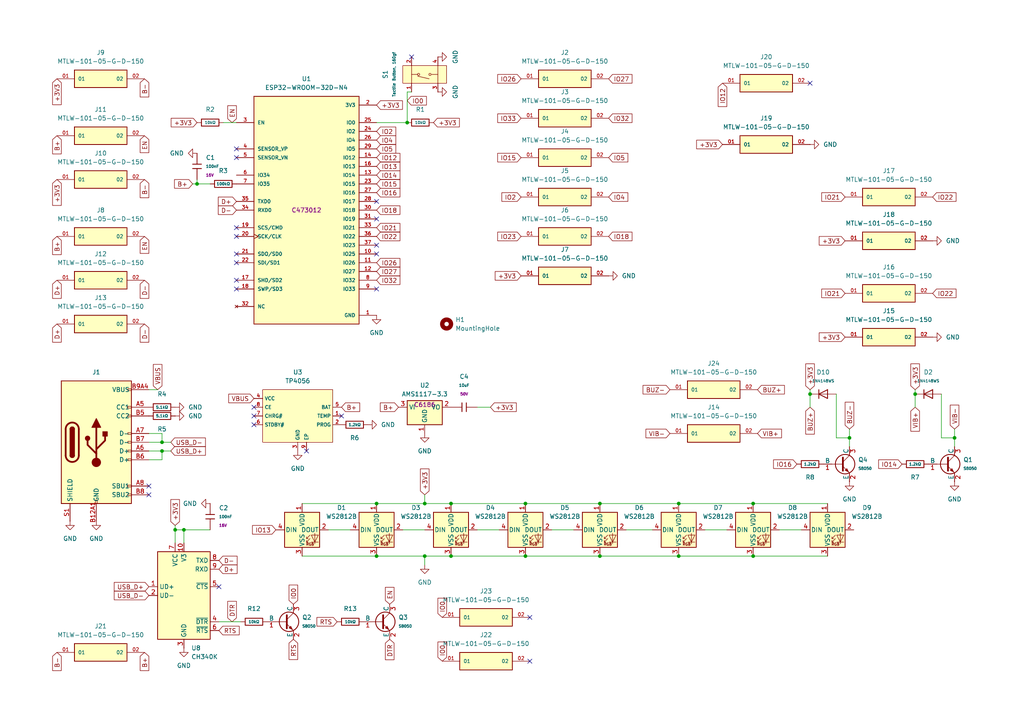
<source format=kicad_sch>
(kicad_sch (version 20250114) (generator "eeschema") (generator_version "9.0")
  (paper "A4")
  (junction (at 50.8 153.67))
  (junction (at 123.19 161.29))
  (junction (at 46.99 130.81))
  (junction (at 196.85 161.29))
  (junction (at 173.99 161.29))
  (junction (at 109.22 146.05))
  (junction (at 152.4 161.29))
  (junction (at 265.43 114.3))
  (junction (at 109.22 161.29))
  (junction (at 57.15 53.34))
  (junction (at 234.95 114.3))
  (junction (at 46.99 128.27))
  (junction (at 276.86 127))
  (junction (at 130.81 146.05))
  (junction (at 152.4 146.05))
  (junction (at 246.38 127))
  (junction (at 118.11 35.56))
  (junction (at 196.85 146.05))
  (junction (at 173.99 146.05))
  (junction (at 123.19 146.05))
  (junction (at 218.44 161.29))
  (junction (at 218.44 146.05))
  (junction (at 53.34 153.67))
  (junction (at 130.81 161.29))
  (no_connect (at 68.58 81.28))
  (no_connect (at 88.9 130.81))
  (no_connect (at 68.58 66.04))
  (no_connect (at 68.58 73.66))
  (no_connect (at 68.58 45.72))
  (no_connect (at 153.67 179.07))
  (no_connect (at 109.22 71.12))
  (no_connect (at 63.5 170.18))
  (no_connect (at 43.18 143.51))
  (no_connect (at 73.66 118.11))
  (no_connect (at 234.95 24.13))
  (no_connect (at 68.58 76.2))
  (no_connect (at 68.58 83.82))
  (no_connect (at 68.58 68.58))
  (no_connect (at 68.58 43.18))
  (no_connect (at 109.22 73.66))
  (no_connect (at 43.18 140.97))
  (no_connect (at 109.22 63.5))
  (no_connect (at 109.22 58.42))
  (no_connect (at 119.38 16.51))
  (no_connect (at 109.22 83.82))
  (no_connect (at 153.67 191.77))
  (no_connect (at 99.06 120.65))
  (no_connect (at 73.66 123.19))
  (no_connect (at 73.66 120.65))
  (wire (pts (xy 43.18 128.27) (xy 46.99 128.27)))
  (wire (pts (xy 118.11 35.56) (xy 109.22 35.56)))
  (wire (pts (xy 53.34 153.67) (xy 60.96 153.67)))
  (wire (pts (xy 218.44 161.29) (xy 240.03 161.29)))
  (wire (pts (xy 118.11 26.67) (xy 119.38 26.67)))
  (wire (pts (xy 242.57 114.3) (xy 242.57 127)))
  (wire (pts (xy 43.18 130.81) (xy 46.99 130.81)))
  (wire (pts (xy 234.95 114.3) (xy 234.95 118.11)))
  (wire (pts (xy 138.43 118.11) (xy 142.24 118.11)))
  (wire (pts (xy 57.15 52.07) (xy 57.15 53.34)))
  (wire (pts (xy 64.77 35.56) (xy 68.58 35.56)))
  (wire (pts (xy 160.02 153.67) (xy 166.37 153.67)))
  (wire (pts (xy 57.15 53.34) (xy 60.96 53.34)))
  (wire (pts (xy 246.38 124.46) (xy 246.38 127)))
  (wire (pts (xy 69.85 180.34) (xy 63.5 180.34)))
  (wire (pts (xy 181.61 153.67) (xy 189.23 153.67)))
  (wire (pts (xy 204.47 153.67) (xy 210.82 153.67)))
  (wire (pts (xy 130.81 161.29) (xy 152.4 161.29)))
  (wire (pts (xy 173.99 161.29) (xy 196.85 161.29)))
  (wire (pts (xy 53.34 153.67) (xy 50.8 153.67)))
  (wire (pts (xy 265.43 113.03) (xy 265.43 114.3)))
  (wire (pts (xy 118.11 35.56) (xy 118.11 26.67)))
  (wire (pts (xy 226.06 153.67) (xy 232.41 153.67)))
  (wire (pts (xy 130.81 146.05) (xy 152.4 146.05)))
  (wire (pts (xy 234.95 113.03) (xy 234.95 114.3)))
  (wire (pts (xy 95.25 153.67) (xy 101.6 153.67)))
  (wire (pts (xy 196.85 146.05) (xy 218.44 146.05)))
  (wire (pts (xy 53.34 157.48) (xy 53.34 153.67)))
  (wire (pts (xy 242.57 127) (xy 246.38 127)))
  (wire (pts (xy 173.99 146.05) (xy 196.85 146.05)))
  (wire (pts (xy 265.43 114.3) (xy 265.43 118.11)))
  (wire (pts (xy 50.8 152.4) (xy 50.8 153.67)))
  (wire (pts (xy 273.05 127) (xy 276.86 127)))
  (wire (pts (xy 46.99 125.73) (xy 46.99 128.27)))
  (wire (pts (xy 276.86 127) (xy 276.86 129.54)))
  (wire (pts (xy 46.99 128.27) (xy 49.53 128.27)))
  (wire (pts (xy 46.99 133.35) (xy 46.99 130.81)))
  (wire (pts (xy 123.19 161.29) (xy 123.19 163.83)))
  (wire (pts (xy 196.85 161.29) (xy 218.44 161.29)))
  (wire (pts (xy 138.43 153.67) (xy 144.78 153.67)))
  (wire (pts (xy 109.22 161.29) (xy 123.19 161.29)))
  (wire (pts (xy 45.72 113.03) (xy 43.18 113.03)))
  (wire (pts (xy 50.8 153.67) (xy 50.8 157.48)))
  (wire (pts (xy 43.18 133.35) (xy 46.99 133.35)))
  (wire (pts (xy 46.99 130.81) (xy 49.53 130.81)))
  (wire (pts (xy 218.44 146.05) (xy 240.03 146.05)))
  (wire (pts (xy 87.63 161.29) (xy 109.22 161.29)))
  (wire (pts (xy 273.05 114.3) (xy 273.05 127)))
  (wire (pts (xy 152.4 161.29) (xy 173.99 161.29)))
  (wire (pts (xy 87.63 146.05) (xy 109.22 146.05)))
  (wire (pts (xy 123.19 143.51) (xy 123.19 146.05)))
  (wire (pts (xy 276.86 124.46) (xy 276.86 127)))
  (wire (pts (xy 123.19 161.29) (xy 130.81 161.29)))
  (wire (pts (xy 152.4 146.05) (xy 173.99 146.05)))
  (wire (pts (xy 116.84 153.67) (xy 123.19 153.67)))
  (wire (pts (xy 109.22 146.05) (xy 123.19 146.05)))
  (wire (pts (xy 123.19 146.05) (xy 130.81 146.05)))
  (wire (pts (xy 55.88 53.34) (xy 57.15 53.34)))
  (wire (pts (xy 43.18 125.73) (xy 46.99 125.73)))
  (wire (pts (xy 246.38 127) (xy 246.38 129.54)))
  (global_label "VIB-" (shape input) (at 194.31 125.73 180) (property "Intersheetrefs" "${INTERSHEET_REFS}" (effects (hide yes))))
  (global_label "VIB+" (shape input) (at 219.71 125.73 0) (property "Intersheetrefs" "${INTERSHEET_REFS}" (effects (hide yes))))
  (global_label "EN" (shape input) (at 67.31 35.56 90) (property "Intersheetrefs" "${INTERSHEET_REFS}" (effects (hide yes))))
  (global_label "IO33" (shape input) (at 151.13 34.29 180) (property "Intersheetrefs" "${INTERSHEET_REFS}" (effects (hide yes))))
  (global_label "IO4" (shape input) (at 176.53 57.15 0) (property "Intersheetrefs" "${INTERSHEET_REFS}" (effects (hide yes))))
  (global_label "+3V3" (shape input) (at 245.11 69.85 180) (property "Intersheetrefs" "${INTERSHEET_REFS}" (effects (hide yes))))
  (global_label "IO0" (shape input) (at 85.09 175.26 90) (property "Intersheetrefs" "${INTERSHEET_REFS}" (effects (hide yes))))
  (global_label "IO15" (shape input) (at 109.22 53.34 0) (property "Intersheetrefs" "${INTERSHEET_REFS}" (effects (hide yes))))
  (global_label "D+" (shape input) (at 63.5 165.1 0) (property "Intersheetrefs" "${INTERSHEET_REFS}" (effects (hide yes))))
  (global_label "B-" (shape input) (at 41.91 22.86 270) (property "Intersheetrefs" "${INTERSHEET_REFS}" (effects (hide yes))))
  (global_label "D-" (shape input) (at 41.91 93.98 270) (property "Intersheetrefs" "${INTERSHEET_REFS}" (effects (hide yes))))
  (global_label "+3V3" (shape input) (at 109.22 30.48 0) (property "Intersheetrefs" "${INTERSHEET_REFS}" (effects (hide yes))))
  (global_label "IO0" (shape input) (at 118.11 29.21 0) (property "Intersheetrefs" "${INTERSHEET_REFS}" (effects (hide yes))))
  (global_label "D-" (shape input) (at 63.5 162.56 0) (property "Intersheetrefs" "${INTERSHEET_REFS}" (effects (hide yes))))
  (global_label "+3V3" (shape input) (at 142.24 118.11 0) (property "Intersheetrefs" "${INTERSHEET_REFS}" (effects (hide yes))))
  (global_label "DTR" (shape input) (at 67.31 180.34 90) (property "Intersheetrefs" "${INTERSHEET_REFS}" (effects (hide yes))))
  (global_label "VIB-" (shape input) (at 276.86 124.46 90) (property "Intersheetrefs" "${INTERSHEET_REFS}" (effects (hide yes))))
  (global_label "IO14" (shape input) (at 261.62 134.62 180) (property "Intersheetrefs" "${INTERSHEET_REFS}" (effects (hide yes))))
  (global_label "D+" (shape input) (at 16.51 93.98 270) (property "Intersheetrefs" "${INTERSHEET_REFS}" (effects (hide yes))))
  (global_label "DTR" (shape input) (at 113.03 185.42 270) (property "Intersheetrefs" "${INTERSHEET_REFS}" (effects (hide yes))))
  (global_label "IO32" (shape input) (at 109.22 81.28 0) (property "Intersheetrefs" "${INTERSHEET_REFS}" (effects (hide yes))))
  (global_label "VBUS" (shape input) (at 73.66 115.57 180) (property "Intersheetrefs" "${INTERSHEET_REFS}" (effects (hide yes))))
  (global_label "EN" (shape input) (at 113.03 175.26 90) (property "Intersheetrefs" "${INTERSHEET_REFS}" (effects (hide yes))))
  (global_label "+3V3" (shape input) (at 123.19 143.51 90) (property "Intersheetrefs" "${INTERSHEET_REFS}" (effects (hide yes))))
  (global_label "B+" (shape input) (at 16.51 39.37 270) (property "Intersheetrefs" "${INTERSHEET_REFS}" (effects (hide yes))))
  (global_label "IO2" (shape input) (at 109.22 38.1 0) (property "Intersheetrefs" "${INTERSHEET_REFS}" (effects (hide yes))))
  (global_label "B+" (shape input) (at 99.06 118.11 0) (property "Intersheetrefs" "${INTERSHEET_REFS}" (effects (hide yes))))
  (global_label "IO27" (shape input) (at 109.22 78.74 0) (property "Intersheetrefs" "${INTERSHEET_REFS}" (effects (hide yes))))
  (global_label "B+" (shape input) (at 41.91 189.23 270) (property "Intersheetrefs" "${INTERSHEET_REFS}" (effects (hide yes))))
  (global_label "B-" (shape input) (at 16.51 189.23 270) (property "Intersheetrefs" "${INTERSHEET_REFS}" (effects (hide yes))))
  (global_label "B-" (shape input) (at 41.91 52.07 270) (property "Intersheetrefs" "${INTERSHEET_REFS}" (effects (hide yes))))
  (global_label "IO15" (shape input) (at 151.13 45.72 180) (property "Intersheetrefs" "${INTERSHEET_REFS}" (effects (hide yes))))
  (global_label "+3V3" (shape input) (at 16.51 22.86 270) (property "Intersheetrefs" "${INTERSHEET_REFS}" (effects (hide yes))))
  (global_label "IO18" (shape input) (at 176.53 68.58 0) (property "Intersheetrefs" "${INTERSHEET_REFS}" (effects (hide yes))))
  (global_label "IO22" (shape input) (at 270.51 57.15 0) (property "Intersheetrefs" "${INTERSHEET_REFS}" (effects (hide yes))))
  (global_label "+3V3" (shape input) (at 50.8 152.4 90) (property "Intersheetrefs" "${INTERSHEET_REFS}" (effects (hide yes))))
  (global_label "USB_D-" (shape input) (at 49.53 128.27 0) (property "Intersheetrefs" "${INTERSHEET_REFS}" (effects (hide yes))))
  (global_label "D-" (shape input) (at 68.58 60.96 180) (property "Intersheetrefs" "${INTERSHEET_REFS}" (effects (hide yes))))
  (global_label "IO5" (shape input) (at 176.53 45.72 0) (property "Intersheetrefs" "${INTERSHEET_REFS}" (effects (hide yes))))
  (global_label "IO32" (shape input) (at 176.53 34.29 0) (property "Intersheetrefs" "${INTERSHEET_REFS}" (effects (hide yes))))
  (global_label "BUZ-" (shape input) (at 194.31 113.03 180) (property "Intersheetrefs" "${INTERSHEET_REFS}" (effects (hide yes))))
  (global_label "VIB+" (shape input) (at 265.43 118.11 270) (property "Intersheetrefs" "${INTERSHEET_REFS}" (effects (hide yes))))
  (global_label "+3V3" (shape input) (at 234.95 113.03 90) (property "Intersheetrefs" "${INTERSHEET_REFS}" (effects (hide yes))))
  (global_label "BUZ+" (shape input) (at 234.95 118.11 270) (property "Intersheetrefs" "${INTERSHEET_REFS}" (effects (hide yes))))
  (global_label "IO12" (shape input) (at 209.55 24.13 270) (property "Intersheetrefs" "${INTERSHEET_REFS}" (effects (hide yes))))
  (global_label "IO18" (shape input) (at 109.22 60.96 0) (property "Intersheetrefs" "${INTERSHEET_REFS}" (effects (hide yes))))
  (global_label "B+" (shape input) (at 55.88 53.34 180) (property "Intersheetrefs" "${INTERSHEET_REFS}" (effects (hide yes))))
  (global_label "IO16" (shape input) (at 231.14 134.62 180) (property "Intersheetrefs" "${INTERSHEET_REFS}" (effects (hide yes))))
  (global_label "IO12" (shape input) (at 109.22 45.72 0) (property "Intersheetrefs" "${INTERSHEET_REFS}" (effects (hide yes))))
  (global_label "IO23" (shape input) (at 151.13 68.58 180) (property "Intersheetrefs" "${INTERSHEET_REFS}" (effects (hide yes))))
  (global_label "+3V3" (shape input) (at 245.11 97.79 180) (property "Intersheetrefs" "${INTERSHEET_REFS}" (effects (hide yes))))
  (global_label "IO22" (shape input) (at 270.51 85.09 0) (property "Intersheetrefs" "${INTERSHEET_REFS}" (effects (hide yes))))
  (global_label "VBUS" (shape input) (at 45.72 113.03 90) (property "Intersheetrefs" "${INTERSHEET_REFS}" (effects (hide yes))))
  (global_label "+3V3" (shape input) (at 16.51 52.07 270) (property "Intersheetrefs" "${INTERSHEET_REFS}" (effects (hide yes))))
  (global_label "B+" (shape input) (at 16.51 68.58 270) (property "Intersheetrefs" "${INTERSHEET_REFS}" (effects (hide yes))))
  (global_label "IO21" (shape input) (at 109.22 66.04 0) (property "Intersheetrefs" "${INTERSHEET_REFS}" (effects (hide yes))))
  (global_label "+3V3" (shape input) (at 265.43 113.03 90) (property "Intersheetrefs" "${INTERSHEET_REFS}" (effects (hide yes))))
  (global_label "IO13" (shape input) (at 109.22 48.26 0) (property "Intersheetrefs" "${INTERSHEET_REFS}" (effects (hide yes))))
  (global_label "EN" (shape input) (at 41.91 68.58 270) (property "Intersheetrefs" "${INTERSHEET_REFS}" (effects (hide yes))))
  (global_label "RTS" (shape input) (at 85.09 185.42 270) (property "Intersheetrefs" "${INTERSHEET_REFS}" (effects (hide yes))))
  (global_label "BUZ+" (shape input) (at 219.71 113.03 0) (property "Intersheetrefs" "${INTERSHEET_REFS}" (effects (hide yes))))
  (global_label "+3V3" (shape input) (at 209.55 41.91 180) (property "Intersheetrefs" "${INTERSHEET_REFS}" (effects (hide yes))))
  (global_label "D+" (shape input) (at 16.51 81.28 270) (property "Intersheetrefs" "${INTERSHEET_REFS}" (effects (hide yes))))
  (global_label "IO14" (shape input) (at 109.22 50.8 0) (property "Intersheetrefs" "${INTERSHEET_REFS}" (effects (hide yes))))
  (global_label "IO0" (shape input) (at 128.27 191.77 90) (property "Intersheetrefs" "${INTERSHEET_REFS}" (effects (hide yes))))
  (global_label "RTS" (shape input) (at 97.79 180.34 180) (property "Intersheetrefs" "${INTERSHEET_REFS}" (effects (hide yes))))
  (global_label "IO21" (shape input) (at 245.11 57.15 180) (property "Intersheetrefs" "${INTERSHEET_REFS}" (effects (hide yes))))
  (global_label "EN" (shape input) (at 41.91 39.37 270) (property "Intersheetrefs" "${INTERSHEET_REFS}" (effects (hide yes))))
  (global_label "D+" (shape input) (at 68.58 58.42 180) (property "Intersheetrefs" "${INTERSHEET_REFS}" (effects (hide yes))))
  (global_label "B+" (shape input) (at 115.57 118.11 180) (property "Intersheetrefs" "${INTERSHEET_REFS}" (effects (hide yes))))
  (global_label "IO0" (shape input) (at 128.27 179.07 90) (property "Intersheetrefs" "${INTERSHEET_REFS}" (effects (hide yes))))
  (global_label "IO5" (shape input) (at 109.22 43.18 0) (property "Intersheetrefs" "${INTERSHEET_REFS}" (effects (hide yes))))
  (global_label "D-" (shape input) (at 41.91 81.28 270) (property "Intersheetrefs" "${INTERSHEET_REFS}" (effects (hide yes))))
  (global_label "IO22" (shape input) (at 109.22 68.58 0) (property "Intersheetrefs" "${INTERSHEET_REFS}" (effects (hide yes))))
  (global_label "IO26" (shape input) (at 151.13 22.86 180) (property "Intersheetrefs" "${INTERSHEET_REFS}" (effects (hide yes))))
  (global_label "USB_D-" (shape input) (at 43.18 172.72 180) (property "Intersheetrefs" "${INTERSHEET_REFS}" (effects (hide yes))))
  (global_label "RTS" (shape input) (at 63.5 182.88 0) (property "Intersheetrefs" "${INTERSHEET_REFS}" (effects (hide yes))))
  (global_label "BUZ-" (shape input) (at 246.38 124.46 90) (property "Intersheetrefs" "${INTERSHEET_REFS}" (effects (hide yes))))
  (global_label "USB_D+" (shape input) (at 43.18 170.18 180) (property "Intersheetrefs" "${INTERSHEET_REFS}" (effects (hide yes))))
  (global_label "+3V3" (shape input) (at 57.15 35.56 180) (property "Intersheetrefs" "${INTERSHEET_REFS}" (effects (hide yes))))
  (global_label "IO13" (shape input) (at 80.01 153.67 180) (property "Intersheetrefs" "${INTERSHEET_REFS}" (effects (hide yes))))
  (global_label "IO2" (shape input) (at 151.13 57.15 180) (property "Intersheetrefs" "${INTERSHEET_REFS}" (effects (hide yes))))
  (global_label "USB_D+" (shape input) (at 49.53 130.81 0) (property "Intersheetrefs" "${INTERSHEET_REFS}" (effects (hide yes))))
  (global_label "+3V3" (shape input) (at 125.73 35.56 0) (property "Intersheetrefs" "${INTERSHEET_REFS}" (effects (hide yes))))
  (global_label "IO27" (shape input) (at 176.53 22.86 0) (property "Intersheetrefs" "${INTERSHEET_REFS}" (effects (hide yes))))
  (global_label "IO4" (shape input) (at 109.22 40.64 0) (property "Intersheetrefs" "${INTERSHEET_REFS}" (effects (hide yes))))
  (global_label "+3V3" (shape input) (at 151.13 80.01 180) (property "Intersheetrefs" "${INTERSHEET_REFS}" (effects (hide yes))))
  (global_label "IO21" (shape input) (at 245.11 85.09 180) (property "Intersheetrefs" "${INTERSHEET_REFS}" (effects (hide yes))))
  (global_label "IO16" (shape input) (at 109.22 55.88 0) (property "Intersheetrefs" "${INTERSHEET_REFS}" (effects (hide yes))))
  (global_label "IO26" (shape input) (at 109.22 76.2 0) (property "Intersheetrefs" "${INTERSHEET_REFS}" (effects (hide yes))))
  (symbol (lib_id "power:GND") (at 123.19 125.73 0) (unit 1)
    (property "Reference" "#PWR011" (effects (hide yes)))
    (property "Value" "GND" (at 123.19 130.81 0))
    (property "Description" "Power symbol creates a global label with name \"GND\" , ground" (effects (hide yes)))
  )
  (symbol (lib_id "power:GND") (at 176.53 80.01 90) (unit 1)
    (property "Reference" "#PWR013" (effects (hide yes)))
    (property "Value" "GND" (at 180.34 80.0099 90) (effects (justify right)))
    (property "Description" "Power symbol creates a global label with name \"GND\" , ground" (effects (hide yes)))
  )
  (symbol (lib_id "power:GND") (at 127 26.67 90) (unit 1)
    (property "Reference" "#PWR014" (effects (hide yes)))
    (property "Value" "GND" (at 132.08 26.67 0))
    (property "Description" "Power symbol creates a global label with name \"GND\" , ground" (effects (hide yes)))
  )
  (symbol (lib_id "MTLW-101-05-G-D-150:MTLW-101-05-G-D-150") (at 29.21 22.86 0) (unit 1) (in_bom no)
    (property "Reference" "J9" (at 29.21 15.24 0))
    (property "Value" "MTLW-101-05-G-D-150" (at 29.21 17.78 0))
    (property "Footprint" "footprints:SAMTEC_MTLW-101-05-G-D-150" (effects (hide yes)))
    (property "MF" "Samtec" (effects (hide yes)))
    (property "Description_1" "Connector Header Through Hole 2 position" (effects (hide yes)))
    (property "Package" "None" (effects (hide yes)))
    (property "Price" "None" (effects (hide yes)))
    (property "Check_prices" "https://www.snapeda.com/parts/MTLW-101-05-G-D-150/Samtec/view-part/?ref=eda" (effects (hide yes)))
    (property "STANDARD" "Manufacturer Recommendations" (effects (hide yes)))
    (property "PARTREV" "R" (effects (hide yes)))
    (property "SnapEDA_Link" "https://www.snapeda.com/parts/MTLW-101-05-G-D-150/Samtec/view-part/?ref=snap" (effects (hide yes)))
    (property "MP" "MTLW-101-05-G-D-150" (effects (hide yes)))
    (property "Purchase-URL" "https://www.snapeda.com/api/url_track_click_mouser/?unipart_id=3297780&manufacturer=Samtec&part_name=MTLW-101-05-G-D-150&search_term=header" (effects (hide yes)))
    (property "Availability" "In Stock" (effects (hide yes)))
    (property "MANUFACTURER" "Samtec" (effects (hide yes)))
  )
  (symbol (lib_id "PCM_JLCPCB-Extended:LED, WS2812B, 5050") (at 173.99 153.67 0) (unit 1)
    (property "Reference" "D6" (at 185.42 147.2498 0))
    (property "Value" "WS2812B" (at 185.42 149.7898 0))
    (property "Footprint" "PCM_JLCPCB:LED_WS2812B_PLCC4_5.0x5.0mm_P3.2mm" (effects (hide yes)))
    (property "Datasheet" "https://wmsc.lcsc.com/wmsc/upload/file/pdf/v2/lcsc/2406131538_XINGLIGHT-XL-5050RGBC-WS2812B-S_C22461793.pdf" (effects (hide yes)))
    (property "Description" "RGB LED with integrated controller" (effects (hide yes)))
    (property "LCSC" "C22461793" (effects (hide yes)))
  )
  (symbol (lib_id "MTLW-101-05-G-D-150:MTLW-101-05-G-D-150") (at 163.83 80.01 0) (unit 1) (in_bom no)
    (property "Reference" "J7" (at 163.83 72.39 0))
    (property "Value" "MTLW-101-05-G-D-150" (at 163.83 74.93 0))
    (property "Footprint" "footprints:SAMTEC_MTLW-101-05-G-D-150" (effects (hide yes)))
    (property "MF" "Samtec" (effects (hide yes)))
    (property "Description_1" "Connector Header Through Hole 2 position" (effects (hide yes)))
    (property "Package" "None" (effects (hide yes)))
    (property "Price" "None" (effects (hide yes)))
    (property "Check_prices" "https://www.snapeda.com/parts/MTLW-101-05-G-D-150/Samtec/view-part/?ref=eda" (effects (hide yes)))
    (property "STANDARD" "Manufacturer Recommendations" (effects (hide yes)))
    (property "PARTREV" "R" (effects (hide yes)))
    (property "SnapEDA_Link" "https://www.snapeda.com/parts/MTLW-101-05-G-D-150/Samtec/view-part/?ref=snap" (effects (hide yes)))
    (property "MP" "MTLW-101-05-G-D-150" (effects (hide yes)))
    (property "Purchase-URL" "https://www.snapeda.com/api/url_track_click_mouser/?unipart_id=3297780&manufacturer=Samtec&part_name=MTLW-101-05-G-D-150&search_term=header" (effects (hide yes)))
    (property "Availability" "In Stock" (effects (hide yes)))
    (property "MANUFACTURER" "Samtec" (effects (hide yes)))
  )
  (symbol (lib_id "PCM_JLCPCB-Diodes:Switching,1N4148WS") (at 238.76 114.3 270) (unit 1)
    (property "Reference" "D10" (at 238.76 107.95 90))
    (property "Value" "1N4148WS" (at 238.76 110.49 90) (effects (font (size 0.8 0.8))))
    (property "Footprint" "PCM_JLCPCB:D_SOD-323" (effects (hide yes)))
    (property "Datasheet" "https://www.lcsc.com/datasheet/lcsc_datasheet_1810101110_Jiangsu-Changjing-Electronics-Technology-Co---Ltd--1N4148WS_C2128.pdf" (effects (hide yes)))
    (property "Description" "100V Independent Type 1.25V@150mA 4ns 150mA SOD-323 Switching Diodes ROHS" (effects (hide yes)))
    (property "LCSC" "C2128" (effects (hide yes)))
    (property "Stock" "4063776" (effects (hide yes)))
    (property "Price" "0.012USD" (effects (hide yes)))
    (property "Process" "SMT" (effects (hide yes)))
    (property "Minimum Qty" "20" (effects (hide yes)))
    (property "Attrition Qty" "10" (effects (hide yes)))
    (property "Class" "Basic Component" (effects (hide yes)))
    (property "Category" "Diodes,Switching Diode" (effects (hide yes)))
    (property "Manufacturer" "Changjiang Electronics Tech (CJ)" (effects (hide yes)))
    (property "Part" "1N4148WS" (effects (hide yes)))
    (property "Rectified Current" "150mA" (effects (hide yes)))
    (property "Forward Voltage (Vf@If)" "1.25V@150mA" (effects (hide yes)))
    (property "Reverse Voltage (Vr)" "100V" (effects (hide yes)))
    (property "Reverse Recovery Time (trr)" "4ns" (effects (hide yes)))
    (property "Diode Configuration" "Independent Type" (effects (hide yes)))
    (property "Reverse Leakage Current" "1uA@75V" (effects (hide yes)))
  )
  (symbol (lib_id "MTLW-101-05-G-D-150:MTLW-101-05-G-D-150") (at 257.81 69.85 0) (unit 1) (in_bom no)
    (property "Reference" "J18" (at 257.81 62.23 0))
    (property "Value" "MTLW-101-05-G-D-150" (at 257.81 64.77 0))
    (property "Footprint" "footprints:SAMTEC_MTLW-101-05-G-D-150" (effects (hide yes)))
    (property "MF" "Samtec" (effects (hide yes)))
    (property "Description_1" "Connector Header Through Hole 2 position" (effects (hide yes)))
    (property "Package" "None" (effects (hide yes)))
    (property "Price" "None" (effects (hide yes)))
    (property "Check_prices" "https://www.snapeda.com/parts/MTLW-101-05-G-D-150/Samtec/view-part/?ref=eda" (effects (hide yes)))
    (property "STANDARD" "Manufacturer Recommendations" (effects (hide yes)))
    (property "PARTREV" "R" (effects (hide yes)))
    (property "SnapEDA_Link" "https://www.snapeda.com/parts/MTLW-101-05-G-D-150/Samtec/view-part/?ref=snap" (effects (hide yes)))
    (property "MP" "MTLW-101-05-G-D-150" (effects (hide yes)))
    (property "Purchase-URL" "https://www.snapeda.com/api/url_track_click_mouser/?unipart_id=3297780&manufacturer=Samtec&part_name=MTLW-101-05-G-D-150&search_term=header" (effects (hide yes)))
    (property "Availability" "In Stock" (effects (hide yes)))
    (property "MANUFACTURER" "Samtec" (effects (hide yes)))
  )
  (symbol (lib_id "MTLW-101-05-G-D-150:MTLW-101-05-G-D-150") (at 163.83 57.15 0) (unit 1) (in_bom no)
    (property "Reference" "J5" (at 163.83 49.53 0))
    (property "Value" "MTLW-101-05-G-D-150" (at 163.83 52.07 0))
    (property "Footprint" "footprints:SAMTEC_MTLW-101-05-G-D-150" (effects (hide yes)))
    (property "MF" "Samtec" (effects (hide yes)))
    (property "Description_1" "Connector Header Through Hole 2 position" (effects (hide yes)))
    (property "Package" "None" (effects (hide yes)))
    (property "Price" "None" (effects (hide yes)))
    (property "Check_prices" "https://www.snapeda.com/parts/MTLW-101-05-G-D-150/Samtec/view-part/?ref=eda" (effects (hide yes)))
    (property "STANDARD" "Manufacturer Recommendations" (effects (hide yes)))
    (property "PARTREV" "R" (effects (hide yes)))
    (property "SnapEDA_Link" "https://www.snapeda.com/parts/MTLW-101-05-G-D-150/Samtec/view-part/?ref=snap" (effects (hide yes)))
    (property "MP" "MTLW-101-05-G-D-150" (effects (hide yes)))
    (property "Purchase-URL" "https://www.snapeda.com/api/url_track_click_mouser/?unipart_id=3297780&manufacturer=Samtec&part_name=MTLW-101-05-G-D-150&search_term=header" (effects (hide yes)))
    (property "Availability" "In Stock" (effects (hide yes)))
    (property "MANUFACTURER" "Samtec" (effects (hide yes)))
  )
  (symbol (lib_id "power:GND") (at 127 16.51 90) (unit 1)
    (property "Reference" "#PWR05" (effects (hide yes)))
    (property "Value" "GND" (at 132.08 16.51 0))
    (property "Description" "Power symbol creates a global label with name \"GND\" , ground" (effects (hide yes)))
  )
  (symbol (lib_id "PCM_JLCPCB-Capacitors:0402,100nF") (at 60.96 149.86 0) (unit 1)
    (property "Reference" "C2" (at 63.5 147.3199 0) (effects (justify left)))
    (property "Value" "100nF" (at 63.5 149.86 0) (effects (font (size 0.8 0.8)) (justify left)))
    (property "Footprint" "PCM_JLCPCB:C_0402" (effects (hide yes)))
    (property "Datasheet" "https://www.lcsc.com/datasheet/lcsc_datasheet_2304140030_Samsung-Electro-Mechanics-CL05B104KO5NNNC_C1525.pdf" (effects (hide yes)))
    (property "Description" "16V 100nF X7R ±10% 0402 Multilayer Ceramic Capacitors MLCC - SMD/SMT ROHS" (effects (hide yes)))
    (property "LCSC" "C1525" (effects (hide yes)))
    (property "Stock" "20208285" (effects (hide yes)))
    (property "Price" "0.004USD" (effects (hide yes)))
    (property "Process" "SMT" (effects (hide yes)))
    (property "Minimum Qty" "20" (effects (hide yes)))
    (property "Attrition Qty" "10" (effects (hide yes)))
    (property "Class" "Basic Component" (effects (hide yes)))
    (property "Category" "Capacitors,Multilayer Ceramic Capacitors MLCC - SMD/SMT" (effects (hide yes)))
    (property "Manufacturer" "Samsung Electro-Mechanics" (effects (hide yes)))
    (property "Part" "CL05B104KO5NNNC" (effects (hide yes)))
    (property "Voltage Rated" "16V" (at 63.5 152.4 0) (effects (font (size 0.8 0.8)) (justify left)))
    (property "Tolerance" "±10%" (effects (hide yes)))
    (property "Capacitance" "100nF" (effects (hide yes)))
    (property "Temperature Coefficient" "X7R" (effects (hide yes)))
  )
  (symbol (lib_id "MTLW-101-05-G-D-150:MTLW-101-05-G-D-150") (at 29.21 93.98 0) (unit 1) (in_bom no)
    (property "Reference" "J13" (at 29.21 86.36 0))
    (property "Value" "MTLW-101-05-G-D-150" (at 29.21 88.9 0))
    (property "Footprint" "footprints:SAMTEC_MTLW-101-05-G-D-150" (effects (hide yes)))
    (property "MF" "Samtec" (effects (hide yes)))
    (property "Description_1" "Connector Header Through Hole 2 position" (effects (hide yes)))
    (property "Package" "None" (effects (hide yes)))
    (property "Price" "None" (effects (hide yes)))
    (property "Check_prices" "https://www.snapeda.com/parts/MTLW-101-05-G-D-150/Samtec/view-part/?ref=eda" (effects (hide yes)))
    (property "STANDARD" "Manufacturer Recommendations" (effects (hide yes)))
    (property "PARTREV" "R" (effects (hide yes)))
    (property "SnapEDA_Link" "https://www.snapeda.com/parts/MTLW-101-05-G-D-150/Samtec/view-part/?ref=snap" (effects (hide yes)))
    (property "MP" "MTLW-101-05-G-D-150" (effects (hide yes)))
    (property "Purchase-URL" "https://www.snapeda.com/api/url_track_click_mouser/?unipart_id=3297780&manufacturer=Samtec&part_name=MTLW-101-05-G-D-150&search_term=header" (effects (hide yes)))
    (property "Availability" "In Stock" (effects (hide yes)))
    (property "MANUFACTURER" "Samtec" (effects (hide yes)))
  )
  (symbol (lib_id "power:GND") (at 50.8 118.11 90) (unit 1)
    (property "Reference" "#PWR01" (effects (hide yes)))
    (property "Value" "GND" (at 54.61 118.1099 90) (effects (justify right)))
    (property "Description" "Power symbol creates a global label with name \"GND\" , ground" (effects (hide yes)))
  )
  (symbol (lib_id "PCM_JLCPCB-Connectors_Buttons:Tactile Button, 160gf, 12V, 50mA, 5.1mm") (at 121.92 21.59 90) (unit 1)
    (property "Reference" "S1" (at 111.76 21.59 0))
    (property "Value" "Tactile Button, 160gf" (at 114.3 21.59 0) (effects (font (size 0.8 0.8))))
    (property "Footprint" "PCM_JLCPCB:SW-SMD_4P-L5.1-W5.1-P3.70-LS6.5-TL-2" (effects (hide yes)))
    (property "Datasheet" "https://www.lcsc.com/datasheet/lcsc_datasheet_2304140030_XKB-Connection-TS-1187A-B-A-B_C318884.pdf" (effects (hide yes)))
    (property "Description" "None Without 50mA 5.1mm 100000 Times 160gf 12V 5.1mm 1.5mm Round Button Standing paste SPST SMD Tactile Switches ROHS" (effects (hide yes)))
    (property "LCSC" "C318884" (effects (hide yes)))
    (property "Stock" "472664" (effects (hide yes)))
    (property "Price" "0.025USD" (effects (hide yes)))
    (property "Process" "SMT" (effects (hide yes)))
    (property "Minimum Qty" "10" (effects (hide yes)))
    (property "Attrition Qty" "5" (effects (hide yes)))
    (property "Class" "Basic Component" (effects (hide yes)))
    (property "Category" "Switches,Tactile Switches" (effects (hide yes)))
    (property "Manufacturer" "XKB Connectivity" (effects (hide yes)))
    (property "Part" "TS-1187A-B-A-B" (effects (hide yes)))
    (property "Switch Length" "5.1mm" (effects (hide yes)))
    (property "Voltage Rating (Dc)" "12V" (effects (hide yes)))
    (property "With Lamp" "No" (effects (hide yes)))
    (property "Operating Force" "160gf" (effects (hide yes)))
    (property "Actuator/Cap Color" "Golden" (effects (hide yes)))
    (property "Mechanical Life" "100000 Times" (effects (hide yes)))
    (property "Strike Gundam" "NO" (effects (hide yes)))
    (property "Circuit" "SPST" (effects (hide yes)))
    (property "Switch Height" "1.5mm" (effects (hide yes)))
    (property "Actuator Style" "Round Button" (effects (hide yes)))
    (property "Switch Width" "5.1mm" (effects (hide yes)))
    (property "Contact Current" "50mA" (effects (hide yes)))
    (property "Operating Temperature" "-30°C~+85°C" (effects (hide yes)))
    (property "Mounting Style" "Brick nogging" (effects (hide yes)))
  )
  (symbol (lib_id "MTLW-101-05-G-D-150:MTLW-101-05-G-D-150") (at 163.83 34.29 0) (unit 1) (in_bom no)
    (property "Reference" "J3" (at 163.83 26.67 0))
    (property "Value" "MTLW-101-05-G-D-150" (at 163.83 29.21 0))
    (property "Footprint" "footprints:SAMTEC_MTLW-101-05-G-D-150" (effects (hide yes)))
    (property "MF" "Samtec" (effects (hide yes)))
    (property "Description_1" "Connector Header Through Hole 2 position" (effects (hide yes)))
    (property "Package" "None" (effects (hide yes)))
    (property "Price" "None" (effects (hide yes)))
    (property "Check_prices" "https://www.snapeda.com/parts/MTLW-101-05-G-D-150/Samtec/view-part/?ref=eda" (effects (hide yes)))
    (property "STANDARD" "Manufacturer Recommendations" (effects (hide yes)))
    (property "PARTREV" "R" (effects (hide yes)))
    (property "SnapEDA_Link" "https://www.snapeda.com/parts/MTLW-101-05-G-D-150/Samtec/view-part/?ref=snap" (effects (hide yes)))
    (property "MP" "MTLW-101-05-G-D-150" (effects (hide yes)))
    (property "Purchase-URL" "https://www.snapeda.com/api/url_track_click_mouser/?unipart_id=3297780&manufacturer=Samtec&part_name=MTLW-101-05-G-D-150&search_term=header" (effects (hide yes)))
    (property "Availability" "In Stock" (effects (hide yes)))
    (property "MANUFACTURER" "Samtec" (effects (hide yes)))
  )
  (symbol (lib_id "PCM_JLCPCB-Diodes:Switching,1N4148WS") (at 269.24 114.3 270) (unit 1)
    (property "Reference" "D2" (at 269.24 107.95 90))
    (property "Value" "1N4148WS" (at 269.24 110.49 90) (effects (font (size 0.8 0.8))))
    (property "Footprint" "PCM_JLCPCB:D_SOD-323" (effects (hide yes)))
    (property "Datasheet" "https://www.lcsc.com/datasheet/lcsc_datasheet_1810101110_Jiangsu-Changjing-Electronics-Technology-Co---Ltd--1N4148WS_C2128.pdf" (effects (hide yes)))
    (property "Description" "100V Independent Type 1.25V@150mA 4ns 150mA SOD-323 Switching Diodes ROHS" (effects (hide yes)))
    (property "LCSC" "C2128" (effects (hide yes)))
    (property "Stock" "4063776" (effects (hide yes)))
    (property "Price" "0.012USD" (effects (hide yes)))
    (property "Process" "SMT" (effects (hide yes)))
    (property "Minimum Qty" "20" (effects (hide yes)))
    (property "Attrition Qty" "10" (effects (hide yes)))
    (property "Class" "Basic Component" (effects (hide yes)))
    (property "Category" "Diodes,Switching Diode" (effects (hide yes)))
    (property "Manufacturer" "Changjiang Electronics Tech (CJ)" (effects (hide yes)))
    (property "Part" "1N4148WS" (effects (hide yes)))
    (property "Rectified Current" "150mA" (effects (hide yes)))
    (property "Forward Voltage (Vf@If)" "1.25V@150mA" (effects (hide yes)))
    (property "Reverse Voltage (Vr)" "100V" (effects (hide yes)))
    (property "Reverse Recovery Time (trr)" "4ns" (effects (hide yes)))
    (property "Diode Configuration" "Independent Type" (effects (hide yes)))
    (property "Reverse Leakage Current" "1uA@75V" (effects (hide yes)))
  )
  (symbol (lib_id "power:GND") (at 234.95 41.91 90) (unit 1)
    (property "Reference" "#PWR021" (effects (hide yes)))
    (property "Value" "GND" (at 238.76 41.9099 90) (effects (justify right)))
    (property "Description" "Power symbol creates a global label with name \"GND\" , ground" (effects (hide yes)))
  )
  (symbol (lib_id "MTLW-101-05-G-D-150:MTLW-101-05-G-D-150") (at 29.21 81.28 0) (unit 1) (in_bom no)
    (property "Reference" "J12" (at 29.21 73.66 0))
    (property "Value" "MTLW-101-05-G-D-150" (at 29.21 76.2 0))
    (property "Footprint" "footprints:SAMTEC_MTLW-101-05-G-D-150" (effects (hide yes)))
    (property "MF" "Samtec" (effects (hide yes)))
    (property "Description_1" "Connector Header Through Hole 2 position" (effects (hide yes)))
    (property "Package" "None" (effects (hide yes)))
    (property "Price" "None" (effects (hide yes)))
    (property "Check_prices" "https://www.snapeda.com/parts/MTLW-101-05-G-D-150/Samtec/view-part/?ref=eda" (effects (hide yes)))
    (property "STANDARD" "Manufacturer Recommendations" (effects (hide yes)))
    (property "PARTREV" "R" (effects (hide yes)))
    (property "SnapEDA_Link" "https://www.snapeda.com/parts/MTLW-101-05-G-D-150/Samtec/view-part/?ref=snap" (effects (hide yes)))
    (property "MP" "MTLW-101-05-G-D-150" (effects (hide yes)))
    (property "Purchase-URL" "https://www.snapeda.com/api/url_track_click_mouser/?unipart_id=3297780&manufacturer=Samtec&part_name=MTLW-101-05-G-D-150&search_term=header" (effects (hide yes)))
    (property "Availability" "In Stock" (effects (hide yes)))
    (property "MANUFACTURER" "Samtec" (effects (hide yes)))
  )
  (symbol (lib_id "MTLW-101-05-G-D-150:MTLW-101-05-G-D-150") (at 163.83 22.86 0) (unit 1) (in_bom no)
    (property "Reference" "J2" (at 163.83 15.24 0))
    (property "Value" "MTLW-101-05-G-D-150" (at 163.83 17.78 0))
    (property "Footprint" "footprints:SAMTEC_MTLW-101-05-G-D-150" (effects (hide yes)))
    (property "MF" "Samtec" (effects (hide yes)))
    (property "Description_1" "Connector Header Through Hole 2 position" (effects (hide yes)))
    (property "Package" "None" (effects (hide yes)))
    (property "Price" "None" (effects (hide yes)))
    (property "Check_prices" "https://www.snapeda.com/parts/MTLW-101-05-G-D-150/Samtec/view-part/?ref=eda" (effects (hide yes)))
    (property "STANDARD" "Manufacturer Recommendations" (effects (hide yes)))
    (property "PARTREV" "R" (effects (hide yes)))
    (property "SnapEDA_Link" "https://www.snapeda.com/parts/MTLW-101-05-G-D-150/Samtec/view-part/?ref=snap" (effects (hide yes)))
    (property "MP" "MTLW-101-05-G-D-150" (effects (hide yes)))
    (property "Purchase-URL" "https://www.snapeda.com/api/url_track_click_mouser/?unipart_id=3297780&manufacturer=Samtec&part_name=MTLW-101-05-G-D-150&search_term=header" (effects (hide yes)))
    (property "Availability" "In Stock" (effects (hide yes)))
    (property "MANUFACTURER" "Samtec" (effects (hide yes)))
  )
  (symbol (lib_id "PCM_JLCPCB-Capacitors:1206,10uF") (at 134.62 118.11 90) (unit 1)
    (property "Reference" "C4" (at 134.62 109.22 90))
    (property "Value" "10uF" (at 134.62 111.76 90) (effects (font (size 0.8 0.8))))
    (property "Footprint" "PCM_JLCPCB:C_1206" (effects (hide yes)))
    (property "Datasheet" "https://www.lcsc.com/datasheet/lcsc_datasheet_2304140030_Samsung-Electro-Mechanics-CL31A106KBHNNNE_C13585.pdf" (effects (hide yes)))
    (property "Description" "50V 10uF X5R ±10% 1206 Multilayer Ceramic Capacitors MLCC - SMD/SMT ROHS" (effects (hide yes)))
    (property "LCSC" "C13585" (effects (hide yes)))
    (property "Stock" "3698334" (effects (hide yes)))
    (property "Price" "0.035USD" (effects (hide yes)))
    (property "Process" "SMT" (effects (hide yes)))
    (property "Minimum Qty" "5" (effects (hide yes)))
    (property "Attrition Qty" "4" (effects (hide yes)))
    (property "Class" "Basic Component" (effects (hide yes)))
    (property "Category" "Capacitors,Multilayer Ceramic Capacitors MLCC - SMD/SMT" (effects (hide yes)))
    (property "Manufacturer" "Samsung Electro-Mechanics" (effects (hide yes)))
    (property "Part" "CL31A106KBHNNNE" (effects (hide yes)))
    (property "Voltage Rated" "50V" (at 134.62 114.3 90) (effects (font (size 0.8 0.8))))
    (property "Tolerance" "±10%" (effects (hide yes)))
    (property "Capacitance" "10uF" (effects (hide yes)))
    (property "Temperature Coefficient" "X5R" (effects (hide yes)))
  )
  (symbol (lib_id "PCM_JLCPCB-Resistors:0402,10kΩ") (at 121.92 35.56 90) (unit 1)
    (property "Reference" "R1" (at 121.92 31.75 90))
    (property "Value" "10kΩ" (at 121.92 35.56 90) (effects (font (size 0.8 0.8))))
    (property "Footprint" "PCM_JLCPCB:R_0402" (effects (hide yes)))
    (property "Datasheet" "https://www.lcsc.com/datasheet/lcsc_datasheet_2411221126_UNI-ROYAL-Uniroyal-Elec-0402WGF1002TCE_C25744.pdf" (effects (hide yes)))
    (property "Description" "62.5mW Thick Film Resistors 50V ±100ppm/°C ±1% 10kΩ 0402 Chip Resistor - Surface Mount ROHS" (effects (hide yes)))
    (property "LCSC" "C25744" (effects (hide yes)))
    (property "Stock" "24372091" (effects (hide yes)))
    (property "Price" "0.004USD" (effects (hide yes)))
    (property "Process" "SMT" (effects (hide yes)))
    (property "Minimum Qty" "20" (effects (hide yes)))
    (property "Attrition Qty" "10" (effects (hide yes)))
    (property "Class" "Basic Component" (effects (hide yes)))
    (property "Category" "Resistors,Chip Resistor - Surface Mount" (effects (hide yes)))
    (property "Manufacturer" "UNI-ROYAL(Uniroyal Elec)" (effects (hide yes)))
    (property "Part" "0402WGF1002TCE" (effects (hide yes)))
    (property "Resistance" "10kΩ" (effects (hide yes)))
    (property "Power(Watts)" "62.5mW" (effects (hide yes)))
    (property "Type" "Thick Film Resistors" (effects (hide yes)))
    (property "Overload Voltage (Max)" "50V" (effects (hide yes)))
    (property "Operating Temperature Range" "-55°C~+155°C" (effects (hide yes)))
    (property "Tolerance" "±1%" (effects (hide yes)))
    (property "Temperature Coefficient" "±100ppm/°C" (effects (hide yes)))
  )
  (symbol (lib_id "MTLW-101-05-G-D-150:MTLW-101-05-G-D-150") (at 257.81 85.09 0) (unit 1) (in_bom no)
    (property "Reference" "J16" (at 257.81 77.47 0))
    (property "Value" "MTLW-101-05-G-D-150" (at 257.81 80.01 0))
    (property "Footprint" "footprints:SAMTEC_MTLW-101-05-G-D-150" (effects (hide yes)))
    (property "MF" "Samtec" (effects (hide yes)))
    (property "Description_1" "Connector Header Through Hole 2 position" (effects (hide yes)))
    (property "Package" "None" (effects (hide yes)))
    (property "Price" "None" (effects (hide yes)))
    (property "Check_prices" "https://www.snapeda.com/parts/MTLW-101-05-G-D-150/Samtec/view-part/?ref=eda" (effects (hide yes)))
    (property "STANDARD" "Manufacturer Recommendations" (effects (hide yes)))
    (property "PARTREV" "R" (effects (hide yes)))
    (property "SnapEDA_Link" "https://www.snapeda.com/parts/MTLW-101-05-G-D-150/Samtec/view-part/?ref=snap" (effects (hide yes)))
    (property "MP" "MTLW-101-05-G-D-150" (effects (hide yes)))
    (property "Purchase-URL" "https://www.snapeda.com/api/url_track_click_mouser/?unipart_id=3297780&manufacturer=Samtec&part_name=MTLW-101-05-G-D-150&search_term=header" (effects (hide yes)))
    (property "Availability" "In Stock" (effects (hide yes)))
    (property "MANUFACTURER" "Samtec" (effects (hide yes)))
  )
  (symbol (lib_id "power:GND") (at 246.38 139.7 0) (unit 1)
    (property "Reference" "#PWR04" (effects (hide yes)))
    (property "Value" "GND" (at 246.38 144.78 0))
    (property "Description" "Power symbol creates a global label with name \"GND\" , ground" (effects (hide yes)))
  )
  (symbol (lib_id "MTLW-101-05-G-D-150:MTLW-101-05-G-D-150") (at 222.25 41.91 0) (unit 1) (in_bom no)
    (property "Reference" "J19" (at 222.25 34.29 0))
    (property "Value" "MTLW-101-05-G-D-150" (at 222.25 36.83 0))
    (property "Footprint" "footprints:SAMTEC_MTLW-101-05-G-D-150" (effects (hide yes)))
    (property "MF" "Samtec" (effects (hide yes)))
    (property "Description_1" "Connector Header Through Hole 2 position" (effects (hide yes)))
    (property "Package" "None" (effects (hide yes)))
    (property "Price" "None" (effects (hide yes)))
    (property "Check_prices" "https://www.snapeda.com/parts/MTLW-101-05-G-D-150/Samtec/view-part/?ref=eda" (effects (hide yes)))
    (property "STANDARD" "Manufacturer Recommendations" (effects (hide yes)))
    (property "PARTREV" "R" (effects (hide yes)))
    (property "SnapEDA_Link" "https://www.snapeda.com/parts/MTLW-101-05-G-D-150/Samtec/view-part/?ref=snap" (effects (hide yes)))
    (property "MP" "MTLW-101-05-G-D-150" (effects (hide yes)))
    (property "Purchase-URL" "https://www.snapeda.com/api/url_track_click_mouser/?unipart_id=3297780&manufacturer=Samtec&part_name=MTLW-101-05-G-D-150&search_term=header" (effects (hide yes)))
    (property "Availability" "In Stock" (effects (hide yes)))
    (property "MANUFACTURER" "Samtec" (effects (hide yes)))
  )
  (symbol (lib_id "power:GND") (at 86.36 130.81 0) (unit 1)
    (property "Reference" "#PWR010" (effects (hide yes)))
    (property "Value" "GND" (at 86.36 135.89 0))
    (property "Description" "Power symbol creates a global label with name \"GND\" , ground" (effects (hide yes)))
  )
  (symbol (lib_id "PCM_JLCPCB-Resistors:0402,100kΩ") (at 64.77 53.34 90) (unit 1)
    (property "Reference" "R3" (at 64.77 49.53 90))
    (property "Value" "100kΩ" (at 64.77 53.34 90) (effects (font (size 0.8 0.8))))
    (property "Footprint" "PCM_JLCPCB:R_0402" (effects (hide yes)))
    (property "Datasheet" "https://www.lcsc.com/datasheet/lcsc_datasheet_2206010100_UNI-ROYAL-Uniroyal-Elec-0402WGF1003TCE_C25741.pdf" (effects (hide yes)))
    (property "Description" "62.5mW Thick Film Resistors 50V ±100ppm/°C ±1% 100kΩ 0402 Chip Resistor - Surface Mount ROHS" (effects (hide yes)))
    (property "LCSC" "C25741" (effects (hide yes)))
    (property "Stock" "6969783" (effects (hide yes)))
    (property "Price" "0.004USD" (effects (hide yes)))
    (property "Process" "SMT" (effects (hide yes)))
    (property "Minimum Qty" "20" (effects (hide yes)))
    (property "Attrition Qty" "10" (effects (hide yes)))
    (property "Class" "Basic Component" (effects (hide yes)))
    (property "Category" "Resistors,Chip Resistor - Surface Mount" (effects (hide yes)))
    (property "Manufacturer" "UNI-ROYAL(Uniroyal Elec)" (effects (hide yes)))
    (property "Part" "0402WGF1003TCE" (effects (hide yes)))
    (property "Resistance" "100kΩ" (effects (hide yes)))
    (property "Power(Watts)" "62.5mW" (effects (hide yes)))
    (property "Type" "Thick Film Resistors" (effects (hide yes)))
    (property "Overload Voltage (Max)" "50V" (effects (hide yes)))
    (property "Operating Temperature Range" "-55°C~+155°C" (effects (hide yes)))
    (property "Tolerance" "±1%" (effects (hide yes)))
    (property "Temperature Coefficient" "±100ppm/°C" (effects (hide yes)))
  )
  (symbol (lib_id "MTLW-101-05-G-D-150:MTLW-101-05-G-D-150") (at 207.01 113.03 0) (unit 1) (in_bom no)
    (property "Reference" "J24" (at 207.01 105.41 0))
    (property "Value" "MTLW-101-05-G-D-150" (at 207.01 107.95 0))
    (property "Footprint" "footprints:SAMTEC_MTLW-101-05-G-D-150" (effects (hide yes)))
    (property "MF" "Samtec" (effects (hide yes)))
    (property "Description_1" "Connector Header Through Hole 2 position" (effects (hide yes)))
    (property "Package" "None" (effects (hide yes)))
    (property "Price" "None" (effects (hide yes)))
    (property "Check_prices" "https://www.snapeda.com/parts/MTLW-101-05-G-D-150/Samtec/view-part/?ref=eda" (effects (hide yes)))
    (property "STANDARD" "Manufacturer Recommendations" (effects (hide yes)))
    (property "PARTREV" "R" (effects (hide yes)))
    (property "SnapEDA_Link" "https://www.snapeda.com/parts/MTLW-101-05-G-D-150/Samtec/view-part/?ref=snap" (effects (hide yes)))
    (property "MP" "MTLW-101-05-G-D-150" (effects (hide yes)))
    (property "Purchase-URL" "https://www.snapeda.com/api/url_track_click_mouser/?unipart_id=3297780&manufacturer=Samtec&part_name=MTLW-101-05-G-D-150&search_term=header" (effects (hide yes)))
    (property "Availability" "In Stock" (effects (hide yes)))
    (property "MANUFACTURER" "Samtec" (effects (hide yes)))
  )
  (symbol (lib_id "power:GND") (at 270.51 69.85 90) (unit 1)
    (property "Reference" "#PWR020" (effects (hide yes)))
    (property "Value" "GND" (at 274.32 69.8499 90) (effects (justify right)))
    (property "Description" "Power symbol creates a global label with name \"GND\" , ground" (effects (hide yes)))
  )
  (symbol (lib_id "PCM_JLCPCB-Resistors:0402,5.1kΩ") (at 46.99 120.65 90) (mirror x) (unit 1)
    (property "Reference" "R5" (at 46.99 124.46 90))
    (property "Value" "5.1kΩ" (at 46.99 120.65 90) (effects (font (size 0.8 0.8))))
    (property "Footprint" "PCM_JLCPCB:R_0402" (effects (hide yes)))
    (property "Datasheet" "https://www.lcsc.com/datasheet/lcsc_datasheet_2206010045_UNI-ROYAL-Uniroyal-Elec-0402WGF5101TCE_C25905.pdf" (effects (hide yes)))
    (property "Description" "62.5mW Thick Film Resistors 50V ±100ppm/°C ±1% 5.1kΩ 0402 Chip Resistor - Surface Mount ROHS" (effects (hide yes)))
    (property "LCSC" "C25905" (effects (hide yes)))
    (property "Stock" "3534773" (effects (hide yes)))
    (property "Price" "0.004USD" (effects (hide yes)))
    (property "Process" "SMT" (effects (hide yes)))
    (property "Minimum Qty" "20" (effects (hide yes)))
    (property "Attrition Qty" "10" (effects (hide yes)))
    (property "Class" "Basic Component" (effects (hide yes)))
    (property "Category" "Resistors,Chip Resistor - Surface Mount" (effects (hide yes)))
    (property "Manufacturer" "UNI-ROYAL(Uniroyal Elec)" (effects (hide yes)))
    (property "Part" "0402WGF5101TCE" (effects (hide yes)))
    (property "Resistance" "5.1kΩ" (effects (hide yes)))
    (property "Power(Watts)" "62.5mW" (effects (hide yes)))
    (property "Type" "Thick Film Resistors" (effects (hide yes)))
    (property "Overload Voltage (Max)" "50V" (effects (hide yes)))
    (property "Operating Temperature Range" "-55°C~+155°C" (effects (hide yes)))
    (property "Tolerance" "±1%" (effects (hide yes)))
    (property "Temperature Coefficient" "±100ppm/°C" (effects (hide yes)))
  )
  (symbol (lib_id "PCM_JLCPCB-Transistors:NPN,S8050") (at 110.49 180.34 0) (unit 1)
    (property "Reference" "Q3" (at 115.57 179.0699 0) (effects (justify left)))
    (property "Value" "S8050" (at 115.57 181.61 0) (effects (font (size 0.8 0.8)) (justify left)))
    (property "Footprint" "PCM_JLCPCB:Q_SOT-23" (effects (hide yes)))
    (property "Datasheet" "https://www.lcsc.com/datasheet/lcsc_datasheet_2407101108_MDD-Microdiode-Semiconductor-S8050-J3Y_C364312.pdf" (effects (hide yes)))
    (property "Description" "25V 300mW 120@50mA,1V 500mA NPN SOT-23 Bipolar (BJT) ROHS" (effects (hide yes)))
    (property "LCSC" "C364312" (effects (hide yes)))
    (property "Stock" "567929" (effects (hide yes)))
    (property "Price" "0.013USD" (effects (hide yes)))
    (property "Process" "SMT" (effects (hide yes)))
    (property "Minimum Qty" "10" (effects (hide yes)))
    (property "Attrition Qty" "5" (effects (hide yes)))
    (property "Class" "Preferred Component" (effects (hide yes)))
    (property "Category" "Transistors,Bipolar Transistors - BJT" (effects (hide yes)))
    (property "Manufacturer" "MDD（Microdiode Electronics）" (effects (hide yes)))
    (property "Part" "S8050" (effects (hide yes)))
    (property "Transition Frequency (fT)" "150MHz" (effects (hide yes)))
    (property "Operating Temperature" "-55°C~+150°C" (effects (hide yes)))
    (property "Collector Cut-Off Current (Icbo)" "100nA" (effects (hide yes)))
    (property "Transistor Type" "NPN" (effects (hide yes)))
    (property "DC Current Gain (hFE@Ic,Vce)" "120@500mA,1V" (effects (hide yes)))
    (property "Power Dissipation (Pd)" "300mW" (effects (hide yes)))
    (property "Collector Current (Ic)" "500mA" (effects (hide yes)))
    (property "Collector-Emitter Saturation Voltage (VCE(sat)@Ic,Ib)" "600mV@500mA,50mA" (effects (hide yes)))
    (property "Collector-Emitter Breakdown Voltage (Vceo)" "25V" (effects (hide yes)))
  )
  (symbol (lib_id "power:GND") (at 20.32 151.13 0) (unit 1)
    (property "Reference" "#PWR012" (effects (hide yes)))
    (property "Value" "GND" (at 20.32 156.21 0))
    (property "Description" "Power symbol creates a global label with name \"GND\" , ground" (effects (hide yes)))
  )
  (symbol (lib_id "MTLW-101-05-G-D-150:MTLW-101-05-G-D-150") (at 257.81 57.15 0) (unit 1) (in_bom no)
    (property "Reference" "J17" (at 257.81 49.53 0))
    (property "Value" "MTLW-101-05-G-D-150" (at 257.81 52.07 0))
    (property "Footprint" "footprints:SAMTEC_MTLW-101-05-G-D-150" (effects (hide yes)))
    (property "MF" "Samtec" (effects (hide yes)))
    (property "Description_1" "Connector Header Through Hole 2 position" (effects (hide yes)))
    (property "Package" "None" (effects (hide yes)))
    (property "Price" "None" (effects (hide yes)))
    (property "Check_prices" "https://www.snapeda.com/parts/MTLW-101-05-G-D-150/Samtec/view-part/?ref=eda" (effects (hide yes)))
    (property "STANDARD" "Manufacturer Recommendations" (effects (hide yes)))
    (property "PARTREV" "R" (effects (hide yes)))
    (property "SnapEDA_Link" "https://www.snapeda.com/parts/MTLW-101-05-G-D-150/Samtec/view-part/?ref=snap" (effects (hide yes)))
    (property "MP" "MTLW-101-05-G-D-150" (effects (hide yes)))
    (property "Purchase-URL" "https://www.snapeda.com/api/url_track_click_mouser/?unipart_id=3297780&manufacturer=Samtec&part_name=MTLW-101-05-G-D-150&search_term=header" (effects (hide yes)))
    (property "Availability" "In Stock" (effects (hide yes)))
    (property "MANUFACTURER" "Samtec" (effects (hide yes)))
  )
  (symbol (lib_id "MTLW-101-05-G-D-150:MTLW-101-05-G-D-150") (at 29.21 189.23 0) (unit 1) (in_bom no)
    (property "Reference" "J21" (at 29.21 181.61 0))
    (property "Value" "MTLW-101-05-G-D-150" (at 29.21 184.15 0))
    (property "Footprint" "footprints:SAMTEC_MTLW-101-05-G-D-150" (effects (hide yes)))
    (property "MF" "Samtec" (effects (hide yes)))
    (property "Description_1" "Connector Header Through Hole 2 position" (effects (hide yes)))
    (property "Package" "None" (effects (hide yes)))
    (property "Price" "None" (effects (hide yes)))
    (property "Check_prices" "https://www.snapeda.com/parts/MTLW-101-05-G-D-150/Samtec/view-part/?ref=eda" (effects (hide yes)))
    (property "STANDARD" "Manufacturer Recommendations" (effects (hide yes)))
    (property "PARTREV" "R" (effects (hide yes)))
    (property "SnapEDA_Link" "https://www.snapeda.com/parts/MTLW-101-05-G-D-150/Samtec/view-part/?ref=snap" (effects (hide yes)))
    (property "MP" "MTLW-101-05-G-D-150" (effects (hide yes)))
    (property "Purchase-URL" "https://www.snapeda.com/api/url_track_click_mouser/?unipart_id=3297780&manufacturer=Samtec&part_name=MTLW-101-05-G-D-150&search_term=header" (effects (hide yes)))
    (property "Availability" "In Stock" (effects (hide yes)))
    (property "MANUFACTURER" "Samtec" (effects (hide yes)))
  )
  (symbol (lib_id "MTLW-101-05-G-D-150:MTLW-101-05-G-D-150") (at 29.21 68.58 0) (unit 1) (in_bom no)
    (property "Reference" "J8" (at 29.21 60.96 0))
    (property "Value" "MTLW-101-05-G-D-150" (at 29.21 63.5 0))
    (property "Footprint" "footprints:SAMTEC_MTLW-101-05-G-D-150" (effects (hide yes)))
    (property "MF" "Samtec" (effects (hide yes)))
    (property "Description_1" "Connector Header Through Hole 2 position" (effects (hide yes)))
    (property "Package" "None" (effects (hide yes)))
    (property "Price" "None" (effects (hide yes)))
    (property "Check_prices" "https://www.snapeda.com/parts/MTLW-101-05-G-D-150/Samtec/view-part/?ref=eda" (effects (hide yes)))
    (property "STANDARD" "Manufacturer Recommendations" (effects (hide yes)))
    (property "PARTREV" "R" (effects (hide yes)))
    (property "SnapEDA_Link" "https://www.snapeda.com/parts/MTLW-101-05-G-D-150/Samtec/view-part/?ref=snap" (effects (hide yes)))
    (property "MP" "MTLW-101-05-G-D-150" (effects (hide yes)))
    (property "Purchase-URL" "https://www.snapeda.com/api/url_track_click_mouser/?unipart_id=3297780&manufacturer=Samtec&part_name=MTLW-101-05-G-D-150&search_term=header" (effects (hide yes)))
    (property "Availability" "In Stock" (effects (hide yes)))
    (property "MANUFACTURER" "Samtec" (effects (hide yes)))
  )
  (symbol (lib_id "PCM_JLCPCB-Resistors:0402,10kΩ") (at 60.96 35.56 90) (unit 1)
    (property "Reference" "R2" (at 60.96 31.75 90))
    (property "Value" "10kΩ" (at 60.96 35.56 90) (effects (font (size 0.8 0.8))))
    (property "Footprint" "PCM_JLCPCB:R_0402" (effects (hide yes)))
    (property "Datasheet" "https://www.lcsc.com/datasheet/lcsc_datasheet_2411221126_UNI-ROYAL-Uniroyal-Elec-0402WGF1002TCE_C25744.pdf" (effects (hide yes)))
    (property "Description" "62.5mW Thick Film Resistors 50V ±100ppm/°C ±1% 10kΩ 0402 Chip Resistor - Surface Mount ROHS" (effects (hide yes)))
    (property "LCSC" "C25744" (effects (hide yes)))
    (property "Stock" "24372091" (effects (hide yes)))
    (property "Price" "0.004USD" (effects (hide yes)))
    (property "Process" "SMT" (effects (hide yes)))
    (property "Minimum Qty" "20" (effects (hide yes)))
    (property "Attrition Qty" "10" (effects (hide yes)))
    (property "Class" "Basic Component" (effects (hide yes)))
    (property "Category" "Resistors,Chip Resistor - Surface Mount" (effects (hide yes)))
    (property "Manufacturer" "UNI-ROYAL(Uniroyal Elec)" (effects (hide yes)))
    (property "Part" "0402WGF1002TCE" (effects (hide yes)))
    (property "Resistance" "10kΩ" (effects (hide yes)))
    (property "Power(Watts)" "62.5mW" (effects (hide yes)))
    (property "Type" "Thick Film Resistors" (effects (hide yes)))
    (property "Overload Voltage (Max)" "50V" (effects (hide yes)))
    (property "Operating Temperature Range" "-55°C~+155°C" (effects (hide yes)))
    (property "Tolerance" "±1%" (effects (hide yes)))
    (property "Temperature Coefficient" "±100ppm/°C" (effects (hide yes)))
  )
  (symbol (lib_id "power:GND") (at 57.15 44.45 270) (unit 1)
    (property "Reference" "#PWR09" (effects (hide yes)))
    (property "Value" "GND" (at 53.34 44.4499 90) (effects (justify right)))
    (property "Description" "Power symbol creates a global label with name \"GND\" , ground" (effects (hide yes)))
  )
  (symbol (lib_id "MTLW-101-05-G-D-150:MTLW-101-05-G-D-150") (at 163.83 45.72 0) (unit 1) (in_bom no)
    (property "Reference" "J4" (at 163.83 38.1 0))
    (property "Value" "MTLW-101-05-G-D-150" (at 163.83 40.64 0))
    (property "Footprint" "footprints:SAMTEC_MTLW-101-05-G-D-150" (effects (hide yes)))
    (property "MF" "Samtec" (effects (hide yes)))
    (property "Description_1" "Connector Header Through Hole 2 position" (effects (hide yes)))
    (property "Package" "None" (effects (hide yes)))
    (property "Price" "None" (effects (hide yes)))
    (property "Check_prices" "https://www.snapeda.com/parts/MTLW-101-05-G-D-150/Samtec/view-part/?ref=eda" (effects (hide yes)))
    (property "STANDARD" "Manufacturer Recommendations" (effects (hide yes)))
    (property "PARTREV" "R" (effects (hide yes)))
    (property "SnapEDA_Link" "https://www.snapeda.com/parts/MTLW-101-05-G-D-150/Samtec/view-part/?ref=snap" (effects (hide yes)))
    (property "MP" "MTLW-101-05-G-D-150" (effects (hide yes)))
    (property "Purchase-URL" "https://www.snapeda.com/api/url_track_click_mouser/?unipart_id=3297780&manufacturer=Samtec&part_name=MTLW-101-05-G-D-150&search_term=header" (effects (hide yes)))
    (property "Availability" "In Stock" (effects (hide yes)))
    (property "MANUFACTURER" "Samtec" (effects (hide yes)))
  )
  (symbol (lib_id "MTLW-101-05-G-D-150:MTLW-101-05-G-D-150") (at 140.97 191.77 0) (unit 1) (in_bom no)
    (property "Reference" "J22" (at 140.97 184.15 0))
    (property "Value" "MTLW-101-05-G-D-150" (at 140.97 186.69 0))
    (property "Footprint" "footprints:SAMTEC_MTLW-101-05-G-D-150" (effects (hide yes)))
    (property "MF" "Samtec" (effects (hide yes)))
    (property "Description_1" "Connector Header Through Hole 2 position" (effects (hide yes)))
    (property "Package" "None" (effects (hide yes)))
    (property "Price" "None" (effects (hide yes)))
    (property "Check_prices" "https://www.snapeda.com/parts/MTLW-101-05-G-D-150/Samtec/view-part/?ref=eda" (effects (hide yes)))
    (property "STANDARD" "Manufacturer Recommendations" (effects (hide yes)))
    (property "PARTREV" "R" (effects (hide yes)))
    (property "SnapEDA_Link" "https://www.snapeda.com/parts/MTLW-101-05-G-D-150/Samtec/view-part/?ref=snap" (effects (hide yes)))
    (property "MP" "MTLW-101-05-G-D-150" (effects (hide yes)))
    (property "Purchase-URL" "https://www.snapeda.com/api/url_track_click_mouser/?unipart_id=3297780&manufacturer=Samtec&part_name=MTLW-101-05-G-D-150&search_term=header" (effects (hide yes)))
    (property "Availability" "In Stock" (effects (hide yes)))
    (property "MANUFACTURER" "Samtec" (effects (hide yes)))
  )
  (symbol (lib_id "PCM_JLCPCB-Transistors:NPN,S8050") (at 243.84 134.62 0) (unit 1)
    (property "Reference" "Q4" (at 248.92 133.3499 0) (effects (justify left)))
    (property "Value" "S8050" (at 248.92 135.89 0) (effects (font (size 0.8 0.8)) (justify left)))
    (property "Footprint" "PCM_JLCPCB:Q_SOT-23" (effects (hide yes)))
    (property "Datasheet" "https://www.lcsc.com/datasheet/lcsc_datasheet_2407101108_MDD-Microdiode-Semiconductor-S8050-J3Y_C364312.pdf" (effects (hide yes)))
    (property "Description" "25V 300mW 120@50mA,1V 500mA NPN SOT-23 Bipolar (BJT) ROHS" (effects (hide yes)))
    (property "LCSC" "C364312" (effects (hide yes)))
    (property "Stock" "567929" (effects (hide yes)))
    (property "Price" "0.013USD" (effects (hide yes)))
    (property "Process" "SMT" (effects (hide yes)))
    (property "Minimum Qty" "10" (effects (hide yes)))
    (property "Attrition Qty" "5" (effects (hide yes)))
    (property "Class" "Preferred Component" (effects (hide yes)))
    (property "Category" "Transistors,Bipolar Transistors - BJT" (effects (hide yes)))
    (property "Manufacturer" "MDD（Microdiode Electronics）" (effects (hide yes)))
    (property "Part" "S8050" (effects (hide yes)))
    (property "Transition Frequency (fT)" "150MHz" (effects (hide yes)))
    (property "Operating Temperature" "-55°C~+150°C" (effects (hide yes)))
    (property "Collector Cut-Off Current (Icbo)" "100nA" (effects (hide yes)))
    (property "Transistor Type" "NPN" (effects (hide yes)))
    (property "DC Current Gain (hFE@Ic,Vce)" "120@500mA,1V" (effects (hide yes)))
    (property "Power Dissipation (Pd)" "300mW" (effects (hide yes)))
    (property "Collector Current (Ic)" "500mA" (effects (hide yes)))
    (property "Collector-Emitter Saturation Voltage (VCE(sat)@Ic,Ib)" "600mV@500mA,50mA" (effects (hide yes)))
    (property "Collector-Emitter Breakdown Voltage (Vceo)" "25V" (effects (hide yes)))
  )
  (symbol (lib_id "PCM_JLCPCB-Resistors:0402,1.2kΩ") (at 265.43 134.62 90) (unit 1)
    (property "Reference" "R7" (at 265.43 138.43 90))
    (property "Value" "1.2kΩ" (at 265.43 134.62 90) (effects (font (size 0.8 0.8))))
    (property "Footprint" "PCM_JLCPCB:R_0402" (effects (hide yes)))
    (property "Datasheet" "https://www.lcsc.com/datasheet/lcsc_datasheet_2206010045_UNI-ROYAL-Uniroyal-Elec-0402WGF1201TCE_C25862.pdf" (effects (hide yes)))
    (property "Description" "62.5mW Thick Film Resistors 50V ±100ppm/°C ±1% 1.2kΩ 0402 Chip Resistor - Surface Mount ROHS" (effects (hide yes)))
    (property "LCSC" "C25862" (effects (hide yes)))
    (property "Stock" "157017" (effects (hide yes)))
    (property "Price" "0.004USD" (effects (hide yes)))
    (property "Process" "SMT" (effects (hide yes)))
    (property "Minimum Qty" "20" (effects (hide yes)))
    (property "Attrition Qty" "10" (effects (hide yes)))
    (property "Class" "Preferred Component" (effects (hide yes)))
    (property "Category" "Resistors,Chip Resistor - Surface Mount" (effects (hide yes)))
    (property "Manufacturer" "UNI-ROYAL(Uniroyal Elec)" (effects (hide yes)))
    (property "Part" "0402WGF1201TCE" (effects (hide yes)))
    (property "Resistance" "1.2kΩ" (effects (hide yes)))
    (property "Power(Watts)" "62.5mW" (effects (hide yes)))
    (property "Type" "Thick Film Resistors" (effects (hide yes)))
    (property "Overload Voltage (Max)" "50V" (effects (hide yes)))
    (property "Operating Temperature Range" "-55°C~+155°C" (effects (hide yes)))
    (property "Tolerance" "±1%" (effects (hide yes)))
    (property "Temperature Coefficient" "±100ppm/°C" (effects (hide yes)))
  )
  (symbol (lib_id "MTLW-101-05-G-D-150:MTLW-101-05-G-D-150") (at 222.25 24.13 0) (unit 1) (in_bom no)
    (property "Reference" "J20" (at 222.25 16.51 0))
    (property "Value" "MTLW-101-05-G-D-150" (at 222.25 19.05 0))
    (property "Footprint" "footprints:SAMTEC_MTLW-101-05-G-D-150" (effects (hide yes)))
    (property "MF" "Samtec" (effects (hide yes)))
    (property "Description_1" "Connector Header Through Hole 2 position" (effects (hide yes)))
    (property "Package" "None" (effects (hide yes)))
    (property "Price" "None" (effects (hide yes)))
    (property "Check_prices" "https://www.snapeda.com/parts/MTLW-101-05-G-D-150/Samtec/view-part/?ref=eda" (effects (hide yes)))
    (property "STANDARD" "Manufacturer Recommendations" (effects (hide yes)))
    (property "PARTREV" "R" (effects (hide yes)))
    (property "SnapEDA_Link" "https://www.snapeda.com/parts/MTLW-101-05-G-D-150/Samtec/view-part/?ref=snap" (effects (hide yes)))
    (property "MP" "MTLW-101-05-G-D-150" (effects (hide yes)))
    (property "Purchase-URL" "https://www.snapeda.com/api/url_track_click_mouser/?unipart_id=3297780&manufacturer=Samtec&part_name=MTLW-101-05-G-D-150&search_term=header" (effects (hide yes)))
    (property "Availability" "In Stock" (effects (hide yes)))
    (property "MANUFACTURER" "Samtec" (effects (hide yes)))
  )
  (symbol (lib_id "power:GND") (at 50.8 120.65 90) (unit 1)
    (property "Reference" "#PWR02" (effects (hide yes)))
    (property "Value" "GND" (at 54.61 120.6499 90) (effects (justify right)))
    (property "Description" "Power symbol creates a global label with name \"GND\" , ground" (effects (hide yes)))
  )
  (symbol (lib_id "PCM_JLCPCB-Extended:LED, WS2812B, 5050") (at 240.03 153.67 0) (unit 1)
    (property "Reference" "D9" (at 251.46 147.2498 0))
    (property "Value" "WS2812B" (at 251.46 149.7898 0))
    (property "Footprint" "PCM_JLCPCB:LED_WS2812B_PLCC4_5.0x5.0mm_P3.2mm" (effects (hide yes)))
    (property "Datasheet" "https://wmsc.lcsc.com/wmsc/upload/file/pdf/v2/lcsc/2406131538_XINGLIGHT-XL-5050RGBC-WS2812B-S_C22461793.pdf" (effects (hide yes)))
    (property "Description" "RGB LED with integrated controller" (effects (hide yes)))
    (property "LCSC" "C22461793" (effects (hide yes)))
  )
  (symbol (lib_id "PCM_JLCPCB-Extended:LED, WS2812B, 5050") (at 109.22 153.67 0) (unit 1)
    (property "Reference" "D3" (at 120.65 147.2498 0))
    (property "Value" "WS2812B" (at 120.65 149.7898 0))
    (property "Footprint" "PCM_JLCPCB:LED_WS2812B_PLCC4_5.0x5.0mm_P3.2mm" (effects (hide yes)))
    (property "Datasheet" "https://wmsc.lcsc.com/wmsc/upload/file/pdf/v2/lcsc/2406131538_XINGLIGHT-XL-5050RGBC-WS2812B-S_C22461793.pdf" (effects (hide yes)))
    (property "Description" "RGB LED with integrated controller" (effects (hide yes)))
    (property "LCSC" "C22461793" (effects (hide yes)))
  )
  (symbol (lib_id "Mechanical:MountingHole") (at 129.54 93.98 0) (unit 1) (in_bom no)
    (property "Reference" "H1" (at 132.08 92.7099 0) (effects (justify left)))
    (property "Value" "MountingHole" (at 132.08 95.2499 0) (effects (justify left)))
    (property "Footprint" "MountingHole:MountingHole_2.1mm" (effects (hide yes)))
    (property "Description" "Mounting Hole without connection" (effects (hide yes)))
  )
  (symbol (lib_id "power:GND") (at 109.22 91.44 0) (unit 1)
    (property "Reference" "#PWR06" (effects (hide yes)))
    (property "Value" "GND" (at 109.22 96.52 0))
    (property "Description" "Power symbol creates a global label with name \"GND\" , ground" (effects (hide yes)))
  )
  (symbol (lib_id "MTLW-101-05-G-D-150:MTLW-101-05-G-D-150") (at 257.81 97.79 0) (unit 1) (in_bom no)
    (property "Reference" "J15" (at 257.81 90.17 0))
    (property "Value" "MTLW-101-05-G-D-150" (at 257.81 92.71 0))
    (property "Footprint" "footprints:SAMTEC_MTLW-101-05-G-D-150" (effects (hide yes)))
    (property "MF" "Samtec" (effects (hide yes)))
    (property "Description_1" "Connector Header Through Hole 2 position" (effects (hide yes)))
    (property "Package" "None" (effects (hide yes)))
    (property "Price" "None" (effects (hide yes)))
    (property "Check_prices" "https://www.snapeda.com/parts/MTLW-101-05-G-D-150/Samtec/view-part/?ref=eda" (effects (hide yes)))
    (property "STANDARD" "Manufacturer Recommendations" (effects (hide yes)))
    (property "PARTREV" "R" (effects (hide yes)))
    (property "SnapEDA_Link" "https://www.snapeda.com/parts/MTLW-101-05-G-D-150/Samtec/view-part/?ref=snap" (effects (hide yes)))
    (property "MP" "MTLW-101-05-G-D-150" (effects (hide yes)))
    (property "Purchase-URL" "https://www.snapeda.com/api/url_track_click_mouser/?unipart_id=3297780&manufacturer=Samtec&part_name=MTLW-101-05-G-D-150&search_term=header" (effects (hide yes)))
    (property "Availability" "In Stock" (effects (hide yes)))
    (property "MANUFACTURER" "Samtec" (effects (hide yes)))
  )
  (symbol (lib_id "power:GND") (at 276.86 139.7 0) (unit 1)
    (property "Reference" "#PWR07" (effects (hide yes)))
    (property "Value" "GND" (at 276.86 144.78 0))
    (property "Description" "Power symbol creates a global label with name \"GND\" , ground" (effects (hide yes)))
  )
  (symbol (lib_id "power:GND") (at 106.68 123.19 90) (unit 1)
    (property "Reference" "#PWR03" (effects (hide yes)))
    (property "Value" "GND" (at 110.49 123.1899 90) (effects (justify right)))
    (property "Description" "Power symbol creates a global label with name \"GND\" , ground" (effects (hide yes)))
  )
  (symbol (lib_id "PCM_JLCPCB-Extended:LED, WS2812B, 5050") (at 87.63 153.67 0) (unit 1)
    (property "Reference" "D1" (at 99.06 147.2498 0))
    (property "Value" "WS2812B" (at 99.06 149.7898 0))
    (property "Footprint" "PCM_JLCPCB:LED_WS2812B_PLCC4_5.0x5.0mm_P3.2mm" (effects (hide yes)))
    (property "Datasheet" "https://wmsc.lcsc.com/wmsc/upload/file/pdf/v2/lcsc/2406131538_XINGLIGHT-XL-5050RGBC-WS2812B-S_C22461793.pdf" (effects (hide yes)))
    (property "Description" "RGB LED with integrated controller" (effects (hide yes)))
    (property "LCSC" "C22461793" (effects (hide yes)))
  )
  (symbol (lib_id "power:GND") (at 270.51 97.79 90) (unit 1)
    (property "Reference" "#PWR019" (effects (hide yes)))
    (property "Value" "GND" (at 274.32 97.7899 90) (effects (justify right)))
    (property "Description" "Power symbol creates a global label with name \"GND\" , ground" (effects (hide yes)))
  )
  (symbol (lib_id "PCM_JLCPCB-Resistors:0402,10kΩ") (at 101.6 180.34 90) (unit 1)
    (property "Reference" "R13" (at 101.6 176.53 90))
    (property "Value" "10kΩ" (at 101.6 180.34 90) (effects (font (size 0.8 0.8))))
    (property "Footprint" "PCM_JLCPCB:R_0402" (effects (hide yes)))
    (property "Datasheet" "https://www.lcsc.com/datasheet/lcsc_datasheet_2411221126_UNI-ROYAL-Uniroyal-Elec-0402WGF1002TCE_C25744.pdf" (effects (hide yes)))
    (property "Description" "62.5mW Thick Film Resistors 50V ±100ppm/°C ±1% 10kΩ 0402 Chip Resistor - Surface Mount ROHS" (effects (hide yes)))
    (property "LCSC" "C25744" (effects (hide yes)))
    (property "Stock" "24372091" (effects (hide yes)))
    (property "Price" "0.004USD" (effects (hide yes)))
    (property "Process" "SMT" (effects (hide yes)))
    (property "Minimum Qty" "20" (effects (hide yes)))
    (property "Attrition Qty" "10" (effects (hide yes)))
    (property "Class" "Basic Component" (effects (hide yes)))
    (property "Category" "Resistors,Chip Resistor - Surface Mount" (effects (hide yes)))
    (property "Manufacturer" "UNI-ROYAL(Uniroyal Elec)" (effects (hide yes)))
    (property "Part" "0402WGF1002TCE" (effects (hide yes)))
    (property "Resistance" "10kΩ" (effects (hide yes)))
    (property "Power(Watts)" "62.5mW" (effects (hide yes)))
    (property "Type" "Thick Film Resistors" (effects (hide yes)))
    (property "Overload Voltage (Max)" "50V" (effects (hide yes)))
    (property "Operating Temperature Range" "-55°C~+155°C" (effects (hide yes)))
    (property "Tolerance" "±1%" (effects (hide yes)))
    (property "Temperature Coefficient" "±100ppm/°C" (effects (hide yes)))
  )
  (symbol (lib_id "PCM_JLCPCB-Resistors:0402,1.2kΩ") (at 234.95 134.62 90) (unit 1)
    (property "Reference" "R8" (at 234.95 138.43 90))
    (property "Value" "1.2kΩ" (at 234.95 134.62 90) (effects (font (size 0.8 0.8))))
    (property "Footprint" "PCM_JLCPCB:R_0402" (effects (hide yes)))
    (property "Datasheet" "https://www.lcsc.com/datasheet/lcsc_datasheet_2206010045_UNI-ROYAL-Uniroyal-Elec-0402WGF1201TCE_C25862.pdf" (effects (hide yes)))
    (property "Description" "62.5mW Thick Film Resistors 50V ±100ppm/°C ±1% 1.2kΩ 0402 Chip Resistor - Surface Mount ROHS" (effects (hide yes)))
    (property "LCSC" "C25862" (effects (hide yes)))
    (property "Stock" "157017" (effects (hide yes)))
    (property "Price" "0.004USD" (effects (hide yes)))
    (property "Process" "SMT" (effects (hide yes)))
    (property "Minimum Qty" "20" (effects (hide yes)))
    (property "Attrition Qty" "10" (effects (hide yes)))
    (property "Class" "Preferred Component" (effects (hide yes)))
    (property "Category" "Resistors,Chip Resistor - Surface Mount" (effects (hide yes)))
    (property "Manufacturer" "UNI-ROYAL(Uniroyal Elec)" (effects (hide yes)))
    (property "Part" "0402WGF1201TCE" (effects (hide yes)))
    (property "Resistance" "1.2kΩ" (effects (hide yes)))
    (property "Power(Watts)" "62.5mW" (effects (hide yes)))
    (property "Type" "Thick Film Resistors" (effects (hide yes)))
    (property "Overload Voltage (Max)" "50V" (effects (hide yes)))
    (property "Operating Temperature Range" "-55°C~+155°C" (effects (hide yes)))
    (property "Tolerance" "±1%" (effects (hide yes)))
    (property "Temperature Coefficient" "±100ppm/°C" (effects (hide yes)))
  )
  (symbol (lib_id "PCM_JLCPCB-Resistors:0402,10kΩ") (at 73.66 180.34 90) (unit 1)
    (property "Reference" "R12" (at 73.66 176.53 90))
    (property "Value" "10kΩ" (at 73.66 180.34 90) (effects (font (size 0.8 0.8))))
    (property "Footprint" "PCM_JLCPCB:R_0402" (effects (hide yes)))
    (property "Datasheet" "https://www.lcsc.com/datasheet/lcsc_datasheet_2411221126_UNI-ROYAL-Uniroyal-Elec-0402WGF1002TCE_C25744.pdf" (effects (hide yes)))
    (property "Description" "62.5mW Thick Film Resistors 50V ±100ppm/°C ±1% 10kΩ 0402 Chip Resistor - Surface Mount ROHS" (effects (hide yes)))
    (property "LCSC" "C25744" (effects (hide yes)))
    (property "Stock" "24372091" (effects (hide yes)))
    (property "Price" "0.004USD" (effects (hide yes)))
    (property "Process" "SMT" (effects (hide yes)))
    (property "Minimum Qty" "20" (effects (hide yes)))
    (property "Attrition Qty" "10" (effects (hide yes)))
    (property "Class" "Basic Component" (effects (hide yes)))
    (property "Category" "Resistors,Chip Resistor - Surface Mount" (effects (hide yes)))
    (property "Manufacturer" "UNI-ROYAL(Uniroyal Elec)" (effects (hide yes)))
    (property "Part" "0402WGF1002TCE" (effects (hide yes)))
    (property "Resistance" "10kΩ" (effects (hide yes)))
    (property "Power(Watts)" "62.5mW" (effects (hide yes)))
    (property "Type" "Thick Film Resistors" (effects (hide yes)))
    (property "Overload Voltage (Max)" "50V" (effects (hide yes)))
    (property "Operating Temperature Range" "-55°C~+155°C" (effects (hide yes)))
    (property "Tolerance" "±1%" (effects (hide yes)))
    (property "Temperature Coefficient" "±100ppm/°C" (effects (hide yes)))
  )
  (symbol (lib_id "power:GND") (at 53.34 187.96 0) (unit 1)
    (property "Reference" "#PWR015" (effects (hide yes)))
    (property "Value" "GND" (at 53.34 193.04 0))
    (property "Description" "Power symbol creates a global label with name \"GND\" , ground" (effects (hide yes)))
  )
  (symbol (lib_id "MTLW-101-05-G-D-150:MTLW-101-05-G-D-150") (at 207.01 125.73 0) (unit 1) (in_bom no)
    (property "Reference" "J14" (at 207.01 118.11 0))
    (property "Value" "MTLW-101-05-G-D-150" (at 207.01 120.65 0))
    (property "Footprint" "footprints:SAMTEC_MTLW-101-05-G-D-150" (effects (hide yes)))
    (property "MF" "Samtec" (effects (hide yes)))
    (property "Description_1" "Connector Header Through Hole 2 position" (effects (hide yes)))
    (property "Package" "None" (effects (hide yes)))
    (property "Price" "None" (effects (hide yes)))
    (property "Check_prices" "https://www.snapeda.com/parts/MTLW-101-05-G-D-150/Samtec/view-part/?ref=eda" (effects (hide yes)))
    (property "STANDARD" "Manufacturer Recommendations" (effects (hide yes)))
    (property "PARTREV" "R" (effects (hide yes)))
    (property "SnapEDA_Link" "https://www.snapeda.com/parts/MTLW-101-05-G-D-150/Samtec/view-part/?ref=snap" (effects (hide yes)))
    (property "MP" "MTLW-101-05-G-D-150" (effects (hide yes)))
    (property "Purchase-URL" "https://www.snapeda.com/api/url_track_click_mouser/?unipart_id=3297780&manufacturer=Samtec&part_name=MTLW-101-05-G-D-150&search_term=header" (effects (hide yes)))
    (property "Availability" "In Stock" (effects (hide yes)))
    (property "MANUFACTURER" "Samtec" (effects (hide yes)))
  )
  (symbol (lib_id "MTLW-101-05-G-D-150:MTLW-101-05-G-D-150") (at 29.21 52.07 0) (unit 1) (in_bom no)
    (property "Reference" "J10" (at 29.21 44.45 0))
    (property "Value" "MTLW-101-05-G-D-150" (at 29.21 46.99 0))
    (property "Footprint" "footprints:SAMTEC_MTLW-101-05-G-D-150" (effects (hide yes)))
    (property "MF" "Samtec" (effects (hide yes)))
    (property "Description_1" "Connector Header Through Hole 2 position" (effects (hide yes)))
    (property "Package" "None" (effects (hide yes)))
    (property "Price" "None" (effects (hide yes)))
    (property "Check_prices" "https://www.snapeda.com/parts/MTLW-101-05-G-D-150/Samtec/view-part/?ref=eda" (effects (hide yes)))
    (property "STANDARD" "Manufacturer Recommendations" (effects (hide yes)))
    (property "PARTREV" "R" (effects (hide yes)))
    (property "SnapEDA_Link" "https://www.snapeda.com/parts/MTLW-101-05-G-D-150/Samtec/view-part/?ref=snap" (effects (hide yes)))
    (property "MP" "MTLW-101-05-G-D-150" (effects (hide yes)))
    (property "Purchase-URL" "https://www.snapeda.com/api/url_track_click_mouser/?unipart_id=3297780&manufacturer=Samtec&part_name=MTLW-101-05-G-D-150&search_term=header" (effects (hide yes)))
    (property "Availability" "In Stock" (effects (hide yes)))
    (property "MANUFACTURER" "Samtec" (effects (hide yes)))
  )
  (symbol (lib_id "PCM_JLCPCB-Extended:LED, WS2812B, 5050") (at 196.85 153.67 0) (unit 1)
    (property "Reference" "D7" (at 208.28 147.2498 0))
    (property "Value" "WS2812B" (at 208.28 149.7898 0))
    (property "Footprint" "PCM_JLCPCB:LED_WS2812B_PLCC4_5.0x5.0mm_P3.2mm" (effects (hide yes)))
    (property "Datasheet" "https://wmsc.lcsc.com/wmsc/upload/file/pdf/v2/lcsc/2406131538_XINGLIGHT-XL-5050RGBC-WS2812B-S_C22461793.pdf" (effects (hide yes)))
    (property "Description" "RGB LED with integrated controller" (effects (hide yes)))
    (property "LCSC" "C22461793" (effects (hide yes)))
  )
  (symbol (lib_id "PCM_JLCPCB-Power:Battery, Li-Ion, 1.0A, TP4056") (at 86.36 120.65 0) (unit 1)
    (property "Reference" "U3" (at 86.36 107.95 0))
    (property "Value" "TP4056" (at 86.36 110.49 0))
    (property "Footprint" "PCM_JLCPCB:ESOP-8_L4.9-W3.9-P1.27-LS6.0-BL-EP" (effects (hide yes)))
    (property "Datasheet" "https://www.lcsc.com/datasheet/lcsc_datasheet_1809261820_TOPPOWER-Nanjing-Extension-Microelectronics-TP4056-42-ESOP8_C16581.pdf" (effects (hide yes)))
    (property "Description" "ESOP-8 Battery Management ROHS" (effects (hide yes)))
    (property "LCSC" "C16581" (effects (hide yes)))
    (property "Stock" "56341" (effects (hide yes)))
    (property "Price" "0.179USD" (effects (hide yes)))
    (property "Process" "SMT" (effects (hide yes)))
    (property "Minimum Qty" "1" (effects (hide yes)))
    (property "Attrition Qty" "0" (effects (hide yes)))
    (property "Class" "Preferred Component" (effects (hide yes)))
    (property "Category" "Power Management ICs,Battery Management ICs" (effects (hide yes)))
    (property "Manufacturer" "TOPPOWER(Nanjing Extension Microelectronics)" (effects (hide yes)))
    (property "Part" "TP4056-42-ESOP8" (effects (hide yes)))
  )
  (symbol (lib_id "MTLW-101-05-G-D-150:MTLW-101-05-G-D-150") (at 163.83 68.58 0) (unit 1) (in_bom no)
    (property "Reference" "J6" (at 163.83 60.96 0))
    (property "Value" "MTLW-101-05-G-D-150" (at 163.83 63.5 0))
    (property "Footprint" "footprints:SAMTEC_MTLW-101-05-G-D-150" (effects (hide yes)))
    (property "MF" "Samtec" (effects (hide yes)))
    (property "Description_1" "Connector Header Through Hole 2 position" (effects (hide yes)))
    (property "Package" "None" (effects (hide yes)))
    (property "Price" "None" (effects (hide yes)))
    (property "Check_prices" "https://www.snapeda.com/parts/MTLW-101-05-G-D-150/Samtec/view-part/?ref=eda" (effects (hide yes)))
    (property "STANDARD" "Manufacturer Recommendations" (effects (hide yes)))
    (property "PARTREV" "R" (effects (hide yes)))
    (property "SnapEDA_Link" "https://www.snapeda.com/parts/MTLW-101-05-G-D-150/Samtec/view-part/?ref=snap" (effects (hide yes)))
    (property "MP" "MTLW-101-05-G-D-150" (effects (hide yes)))
    (property "Purchase-URL" "https://www.snapeda.com/api/url_track_click_mouser/?unipart_id=3297780&manufacturer=Samtec&part_name=MTLW-101-05-G-D-150&search_term=header" (effects (hide yes)))
    (property "Availability" "In Stock" (effects (hide yes)))
    (property "MANUFACTURER" "Samtec" (effects (hide yes)))
  )
  (symbol (lib_id "PCM_JLCPCB-Transistors:NPN,S8050") (at 82.55 180.34 0) (unit 1)
    (property "Reference" "Q2" (at 87.63 179.0699 0) (effects (justify left)))
    (property "Value" "S8050" (at 87.63 181.61 0) (effects (font (size 0.8 0.8)) (justify left)))
    (property "Footprint" "PCM_JLCPCB:Q_SOT-23" (effects (hide yes)))
    (property "Datasheet" "https://www.lcsc.com/datasheet/lcsc_datasheet_2407101108_MDD-Microdiode-Semiconductor-S8050-J3Y_C364312.pdf" (effects (hide yes)))
    (property "Description" "25V 300mW 120@50mA,1V 500mA NPN SOT-23 Bipolar (BJT) ROHS" (effects (hide yes)))
    (property "LCSC" "C364312" (effects (hide yes)))
    (property "Stock" "567929" (effects (hide yes)))
    (property "Price" "0.013USD" (effects (hide yes)))
    (property "Process" "SMT" (effects (hide yes)))
    (property "Minimum Qty" "10" (effects (hide yes)))
    (property "Attrition Qty" "5" (effects (hide yes)))
    (property "Class" "Preferred Component" (effects (hide yes)))
    (property "Category" "Transistors,Bipolar Transistors - BJT" (effects (hide yes)))
    (property "Manufacturer" "MDD（Microdiode Electronics）" (effects (hide yes)))
    (property "Part" "S8050" (effects (hide yes)))
    (property "Transition Frequency (fT)" "150MHz" (effects (hide yes)))
    (property "Operating Temperature" "-55°C~+150°C" (effects (hide yes)))
    (property "Collector Cut-Off Current (Icbo)" "100nA" (effects (hide yes)))
    (property "Transistor Type" "NPN" (effects (hide yes)))
    (property "DC Current Gain (hFE@Ic,Vce)" "120@500mA,1V" (effects (hide yes)))
    (property "Power Dissipation (Pd)" "300mW" (effects (hide yes)))
    (property "Collector Current (Ic)" "500mA" (effects (hide yes)))
    (property "Collector-Emitter Saturation Voltage (VCE(sat)@Ic,Ib)" "600mV@500mA,50mA" (effects (hide yes)))
    (property "Collector-Emitter Breakdown Voltage (Vceo)" "25V" (effects (hide yes)))
  )
  (symbol (lib_id "PCM_JLCPCB-Extended:LED, WS2812B, 5050") (at 218.44 153.67 0) (unit 1)
    (property "Reference" "D8" (at 229.87 147.2498 0))
    (property "Value" "WS2812B" (at 229.87 149.7898 0))
    (property "Footprint" "PCM_JLCPCB:LED_WS2812B_PLCC4_5.0x5.0mm_P3.2mm" (effects (hide yes)))
    (property "Datasheet" "https://wmsc.lcsc.com/wmsc/upload/file/pdf/v2/lcsc/2406131538_XINGLIGHT-XL-5050RGBC-WS2812B-S_C22461793.pdf" (effects (hide yes)))
    (property "Description" "RGB LED with integrated controller" (effects (hide yes)))
    (property "LCSC" "C22461793" (effects (hide yes)))
  )
  (symbol (lib_id "Interface_USB:CH340K") (at 53.34 172.72 0) (unit 1)
    (property "Reference" "U8" (at 55.4833 187.96 0) (effects (justify left)))
    (property "Value" "CH340K" (at 55.4833 190.5 0) (effects (justify left)))
    (property "Footprint" "Package_SO:SSOP-10-1EP_3.9x4.9mm_P1mm_EP2.1x3.3mm" (effects (hide yes)))
    (property "Datasheet" "https://cdn.sparkfun.com/assets/5/0/a/8/5/CH340DS1.PDF" (effects (hide yes)))
    (property "Description" "USB serial converter, UART, SSOP-10" (effects (hide yes)))
    (property "LCSC" "C968586" (effects (hide yes)))
  )
  (symbol (lib_id "power:GND") (at 60.96 146.05 270) (unit 1)
    (property "Reference" "#PWR016" (effects (hide yes)))
    (property "Value" "GND" (at 57.15 146.0499 90) (effects (justify right)))
    (property "Description" "Power symbol creates a global label with name \"GND\" , ground" (effects (hide yes)))
  )
  (symbol (lib_id "PCM_JLCPCB-Capacitors:0402,100nF") (at 57.15 48.26 0) (unit 1)
    (property "Reference" "C1" (at 59.69 45.7199 0) (effects (justify left)))
    (property "Value" "100nF" (at 59.69 48.26 0) (effects (font (size 0.8 0.8)) (justify left)))
    (property "Footprint" "PCM_JLCPCB:C_0402" (effects (hide yes)))
    (property "Datasheet" "https://www.lcsc.com/datasheet/lcsc_datasheet_2304140030_Samsung-Electro-Mechanics-CL05B104KO5NNNC_C1525.pdf" (effects (hide yes)))
    (property "Description" "16V 100nF X7R ±10% 0402 Multilayer Ceramic Capacitors MLCC - SMD/SMT ROHS" (effects (hide yes)))
    (property "LCSC" "C1525" (effects (hide yes)))
    (property "Stock" "20208285" (effects (hide yes)))
    (property "Price" "0.004USD" (effects (hide yes)))
    (property "Process" "SMT" (effects (hide yes)))
    (property "Minimum Qty" "20" (effects (hide yes)))
    (property "Attrition Qty" "10" (effects (hide yes)))
    (property "Class" "Basic Component" (effects (hide yes)))
    (property "Category" "Capacitors,Multilayer Ceramic Capacitors MLCC - SMD/SMT" (effects (hide yes)))
    (property "Manufacturer" "Samsung Electro-Mechanics" (effects (hide yes)))
    (property "Part" "CL05B104KO5NNNC" (effects (hide yes)))
    (property "Voltage Rated" "16V" (at 59.69 50.8 0) (effects (font (size 0.8 0.8)) (justify left)))
    (property "Tolerance" "±10%" (effects (hide yes)))
    (property "Capacitance" "100nF" (effects (hide yes)))
    (property "Temperature Coefficient" "X7R" (effects (hide yes)))
  )
  (symbol (lib_id "PCM_JLCPCB-Extended:LED, WS2812B, 5050") (at 130.81 153.67 0) (unit 1)
    (property "Reference" "D4" (at 142.24 147.2498 0))
    (property "Value" "WS2812B" (at 142.24 149.7898 0))
    (property "Footprint" "PCM_JLCPCB:LED_WS2812B_PLCC4_5.0x5.0mm_P3.2mm" (effects (hide yes)))
    (property "Datasheet" "https://wmsc.lcsc.com/wmsc/upload/file/pdf/v2/lcsc/2406131538_XINGLIGHT-XL-5050RGBC-WS2812B-S_C22461793.pdf" (effects (hide yes)))
    (property "Description" "RGB LED with integrated controller" (effects (hide yes)))
    (property "LCSC" "C22461793" (effects (hide yes)))
  )
  (symbol (lib_id "MTLW-101-05-G-D-150:MTLW-101-05-G-D-150") (at 140.97 179.07 0) (unit 1) (in_bom no)
    (property "Reference" "J23" (at 140.97 171.45 0))
    (property "Value" "MTLW-101-05-G-D-150" (at 140.97 173.99 0))
    (property "Footprint" "footprints:SAMTEC_MTLW-101-05-G-D-150" (effects (hide yes)))
    (property "MF" "Samtec" (effects (hide yes)))
    (property "Description_1" "Connector Header Through Hole 2 position" (effects (hide yes)))
    (property "Package" "None" (effects (hide yes)))
    (property "Price" "None" (effects (hide yes)))
    (property "Check_prices" "https://www.snapeda.com/parts/MTLW-101-05-G-D-150/Samtec/view-part/?ref=eda" (effects (hide yes)))
    (property "STANDARD" "Manufacturer Recommendations" (effects (hide yes)))
    (property "PARTREV" "R" (effects (hide yes)))
    (property "SnapEDA_Link" "https://www.snapeda.com/parts/MTLW-101-05-G-D-150/Samtec/view-part/?ref=snap" (effects (hide yes)))
    (property "MP" "MTLW-101-05-G-D-150" (effects (hide yes)))
    (property "Purchase-URL" "https://www.snapeda.com/api/url_track_click_mouser/?unipart_id=3297780&manufacturer=Samtec&part_name=MTLW-101-05-G-D-150&search_term=header" (effects (hide yes)))
    (property "Availability" "In Stock" (effects (hide yes)))
    (property "MANUFACTURER" "Samtec" (effects (hide yes)))
  )
  (symbol (lib_id "ESP32-WROOM-32D-N4:ESP32-WROOM-32D-N4") (at 88.9 60.96 0) (unit 1)
    (property "Reference" "U1" (at 88.9 22.86 0))
    (property "Value" "ESP32-WROOM-32D-N4" (at 88.9 25.4 0))
    (property "Footprint" "martin:MODULE_ESP32-WROOM-32D-N4" (effects (hide yes)))
    (property "MF" "Espressif Systems" (effects (hide yes)))
    (property "SNAPEDA_PACKAGE_ID" "38981" (effects (hide yes)))
    (property "Package" "Non Standard Espressif Systems" (effects (hide yes)))
    (property "Price" "None" (effects (hide yes)))
    (property "Check_prices" "https://www.snapeda.com/parts/ESP32-WROOM-32D-N4/Espressif+Systems/view-part/?ref=eda" (effects (hide yes)))
    (property "STANDARD" "Manufacturer Recommendations" (effects (hide yes)))
    (property "PARTREV" "1.9" (effects (hide yes)))
    (property "SnapEDA_Link" "https://www.snapeda.com/parts/ESP32-WROOM-32D-N4/Espressif+Systems/view-part/?ref=snap" (effects (hide yes)))
    (property "MP" "ESP32-WROOM-32D-N4" (effects (hide yes)))
    (property "Purchase-URL" "https://www.snapeda.com/api/url_track_click_mouser/?unipart_id=11020929&manufacturer=Espressif Systems&part_name=ESP32-WROOM-32D-N4&search_term=esp32-wroom-32d-n4" (effects (hide yes)))
    (property "Description_1" "Bluetooth, WiFi 802.11b/g/n, Bluetooth v4.2 +EDR, Class 1, 2 and 3 Transceiver Module 2.4GHz ~ 2.5GHz Integrated, Trace Surface Mount" (effects (hide yes)))
    (property "MANUFACTURER" "Espressif Systems" (effects (hide yes)))
    (property "Availability" "In Stock" (effects (hide yes)))
    (property "MAXIMUM_PACKAGE_HEIGHT" "3.2 mm" (effects (hide yes)))
    (property "LCSC" "C473012" (at 88.9 60.96 0))
  )
  (symbol (lib_id "PCM_JLCPCB-Transistors:NPN,S8050") (at 274.32 134.62 0) (unit 1)
    (property "Reference" "Q1" (at 279.4 133.3499 0) (effects (justify left)))
    (property "Value" "S8050" (at 279.4 135.89 0) (effects (font (size 0.8 0.8)) (justify left)))
    (property "Footprint" "PCM_JLCPCB:Q_SOT-23" (effects (hide yes)))
    (property "Datasheet" "https://www.lcsc.com/datasheet/lcsc_datasheet_2407101108_MDD-Microdiode-Semiconductor-S8050-J3Y_C364312.pdf" (effects (hide yes)))
    (property "Description" "25V 300mW 120@50mA,1V 500mA NPN SOT-23 Bipolar (BJT) ROHS" (effects (hide yes)))
    (property "LCSC" "C364312" (effects (hide yes)))
    (property "Stock" "567929" (effects (hide yes)))
    (property "Price" "0.013USD" (effects (hide yes)))
    (property "Process" "SMT" (effects (hide yes)))
    (property "Minimum Qty" "10" (effects (hide yes)))
    (property "Attrition Qty" "5" (effects (hide yes)))
    (property "Class" "Preferred Component" (effects (hide yes)))
    (property "Category" "Transistors,Bipolar Transistors - BJT" (effects (hide yes)))
    (property "Manufacturer" "MDD（Microdiode Electronics）" (effects (hide yes)))
    (property "Part" "S8050" (effects (hide yes)))
    (property "Transition Frequency (fT)" "150MHz" (effects (hide yes)))
    (property "Operating Temperature" "-55°C~+150°C" (effects (hide yes)))
    (property "Collector Cut-Off Current (Icbo)" "100nA" (effects (hide yes)))
    (property "Transistor Type" "NPN" (effects (hide yes)))
    (property "DC Current Gain (hFE@Ic,Vce)" "120@500mA,1V" (effects (hide yes)))
    (property "Power Dissipation (Pd)" "300mW" (effects (hide yes)))
    (property "Collector Current (Ic)" "500mA" (effects (hide yes)))
    (property "Collector-Emitter Saturation Voltage (VCE(sat)@Ic,Ib)" "600mV@500mA,50mA" (effects (hide yes)))
    (property "Collector-Emitter Breakdown Voltage (Vceo)" "25V" (effects (hide yes)))
  )
  (symbol (lib_id "PCM_JLCPCB-Resistors:0402,5.1kΩ") (at 46.99 118.11 90) (unit 1)
    (property "Reference" "R4" (at 46.99 114.3 90))
    (property "Value" "5.1kΩ" (at 46.99 118.11 90) (effects (font (size 0.8 0.8))))
    (property "Footprint" "PCM_JLCPCB:R_0402" (effects (hide yes)))
    (property "Datasheet" "https://www.lcsc.com/datasheet/lcsc_datasheet_2206010045_UNI-ROYAL-Uniroyal-Elec-0402WGF5101TCE_C25905.pdf" (effects (hide yes)))
    (property "Description" "62.5mW Thick Film Resistors 50V ±100ppm/°C ±1% 5.1kΩ 0402 Chip Resistor - Surface Mount ROHS" (effects (hide yes)))
    (property "LCSC" "C25905" (effects (hide yes)))
    (property "Stock" "3534773" (effects (hide yes)))
    (property "Price" "0.004USD" (effects (hide yes)))
    (property "Process" "SMT" (effects (hide yes)))
    (property "Minimum Qty" "20" (effects (hide yes)))
    (property "Attrition Qty" "10" (effects (hide yes)))
    (property "Class" "Basic Component" (effects (hide yes)))
    (property "Category" "Resistors,Chip Resistor - Surface Mount" (effects (hide yes)))
    (property "Manufacturer" "UNI-ROYAL(Uniroyal Elec)" (effects (hide yes)))
    (property "Part" "0402WGF5101TCE" (effects (hide yes)))
    (property "Resistance" "5.1kΩ" (effects (hide yes)))
    (property "Power(Watts)" "62.5mW" (effects (hide yes)))
    (property "Type" "Thick Film Resistors" (effects (hide yes)))
    (property "Overload Voltage (Max)" "50V" (effects (hide yes)))
    (property "Operating Temperature Range" "-55°C~+155°C" (effects (hide yes)))
    (property "Tolerance" "±1%" (effects (hide yes)))
    (property "Temperature Coefficient" "±100ppm/°C" (effects (hide yes)))
  )
  (symbol (lib_id "PCM_JLCPCB-Resistors:0402,1.2kΩ") (at 102.87 123.19 90) (unit 1)
    (property "Reference" "R6" (at 102.87 127 90))
    (property "Value" "1.2kΩ" (at 102.87 123.19 90) (effects (font (size 0.8 0.8))))
    (property "Footprint" "PCM_JLCPCB:R_0402" (effects (hide yes)))
    (property "Datasheet" "https://www.lcsc.com/datasheet/lcsc_datasheet_2206010045_UNI-ROYAL-Uniroyal-Elec-0402WGF1201TCE_C25862.pdf" (effects (hide yes)))
    (property "Description" "62.5mW Thick Film Resistors 50V ±100ppm/°C ±1% 1.2kΩ 0402 Chip Resistor - Surface Mount ROHS" (effects (hide yes)))
    (property "LCSC" "C25862" (effects (hide yes)))
    (property "Stock" "157017" (effects (hide yes)))
    (property "Price" "0.004USD" (effects (hide yes)))
    (property "Process" "SMT" (effects (hide yes)))
    (property "Minimum Qty" "20" (effects (hide yes)))
    (property "Attrition Qty" "10" (effects (hide yes)))
    (property "Class" "Preferred Component" (effects (hide yes)))
    (property "Category" "Resistors,Chip Resistor - Surface Mount" (effects (hide yes)))
    (property "Manufacturer" "UNI-ROYAL(Uniroyal Elec)" (effects (hide yes)))
    (property "Part" "0402WGF1201TCE" (effects (hide yes)))
    (property "Resistance" "1.2kΩ" (effects (hide yes)))
    (property "Power(Watts)" "62.5mW" (effects (hide yes)))
    (property "Type" "Thick Film Resistors" (effects (hide yes)))
    (property "Overload Voltage (Max)" "50V" (effects (hide yes)))
    (property "Operating Temperature Range" "-55°C~+155°C" (effects (hide yes)))
    (property "Tolerance" "±1%" (effects (hide yes)))
    (property "Temperature Coefficient" "±100ppm/°C" (effects (hide yes)))
  )
  (symbol (lib_id "MTLW-101-05-G-D-150:MTLW-101-05-G-D-150") (at 29.21 39.37 0) (unit 1) (in_bom no)
    (property "Reference" "J11" (at 29.21 31.75 0))
    (property "Value" "MTLW-101-05-G-D-150" (at 29.21 34.29 0))
    (property "Footprint" "footprints:SAMTEC_MTLW-101-05-G-D-150" (effects (hide yes)))
    (property "MF" "Samtec" (effects (hide yes)))
    (property "Description_1" "Connector Header Through Hole 2 position" (effects (hide yes)))
    (property "Package" "None" (effects (hide yes)))
    (property "Price" "None" (effects (hide yes)))
    (property "Check_prices" "https://www.snapeda.com/parts/MTLW-101-05-G-D-150/Samtec/view-part/?ref=eda" (effects (hide yes)))
    (property "STANDARD" "Manufacturer Recommendations" (effects (hide yes)))
    (property "PARTREV" "R" (effects (hide yes)))
    (property "SnapEDA_Link" "https://www.snapeda.com/parts/MTLW-101-05-G-D-150/Samtec/view-part/?ref=snap" (effects (hide yes)))
    (property "MP" "MTLW-101-05-G-D-150" (effects (hide yes)))
    (property "Purchase-URL" "https://www.snapeda.com/api/url_track_click_mouser/?unipart_id=3297780&manufacturer=Samtec&part_name=MTLW-101-05-G-D-150&search_term=header" (effects (hide yes)))
    (property "Availability" "In Stock" (effects (hide yes)))
    (property "MANUFACTURER" "Samtec" (effects (hide yes)))
  )
  (symbol (lib_id "power:GND") (at 27.94 151.13 0) (unit 1)
    (property "Reference" "#PWR017" (effects (hide yes)))
    (property "Value" "GND" (at 27.94 156.21 0))
    (property "Description" "Power symbol creates a global label with name \"GND\" , ground" (effects (hide yes)))
  )
  (symbol (lib_id "PCM_JLCPCB-Extended:LED, WS2812B, 5050") (at 152.4 153.67 0) (unit 1)
    (property "Reference" "D5" (at 163.83 147.2498 0))
    (property "Value" "WS2812B" (at 163.83 149.7898 0))
    (property "Footprint" "PCM_JLCPCB:LED_WS2812B_PLCC4_5.0x5.0mm_P3.2mm" (effects (hide yes)))
    (property "Datasheet" "https://wmsc.lcsc.com/wmsc/upload/file/pdf/v2/lcsc/2406131538_XINGLIGHT-XL-5050RGBC-WS2812B-S_C22461793.pdf" (effects (hide yes)))
    (property "Description" "RGB LED with integrated controller" (effects (hide yes)))
    (property "LCSC" "C22461793" (effects (hide yes)))
  )
  (symbol (lib_id "PCM_JLCPCB-Extended:Connector, USB-TYPE-C-16P") (at 27.94 128.27 0) (unit 1)
    (property "Reference" "J1" (at 27.94 107.95 0))
    (property "Value" "Connector, USB-TYPE-C-16P" (effects (hide yes)))
    (property "Footprint" "PCM_JLCPCB:TYPE-C-SMD_HX-TYPE-C-16PIN" (effects (hide yes)))
    (property "Datasheet" "https://atta.szlcsc.com/upload/public/pdf/source/20220920/0EF8F885FCCEA71F60E9E85152155021.pdf" (effects (hide yes)))
    (property "Description" "3A 1 Horizontal attachment 16P Female -25℃~+85℃ Type-C SMD USB Connectors ROHS" (effects (hide yes)))
    (property "LCSC" "C2927039" (effects (hide yes)))
  )
  (symbol (lib_id "power:GND") (at 123.19 163.83 0) (unit 1)
    (property "Reference" "#PWR08" (effects (hide yes)))
    (property "Value" "GND" (at 123.19 168.91 0))
    (property "Description" "Power symbol creates a global label with name \"GND\" , ground" (effects (hide yes)))
  )
  (symbol (lib_id "Regulator_Linear:AMS1117-3.3") (at 123.19 118.11 0) (unit 1)
    (property "Reference" "U2" (at 123.19 111.76 0))
    (property "Value" "AMS1117-3.3" (at 123.19 114.3 0))
    (property "Footprint" "Package_TO_SOT_SMD:SOT-223-3_TabPin2" (effects (hide yes)))
    (property "Datasheet" "http://www.advanced-monolithic.com/pdf/ds1117.pdf" (effects (hide yes)))
    (property "Description" "1A Low Dropout regulator, positive, 3.3V fixed output, SOT-223" (effects (hide yes)))
    (property "LCSC" "C6186" (at 123.19 118.11 0) (effects (justify bottom)))
  )
)
</source>
